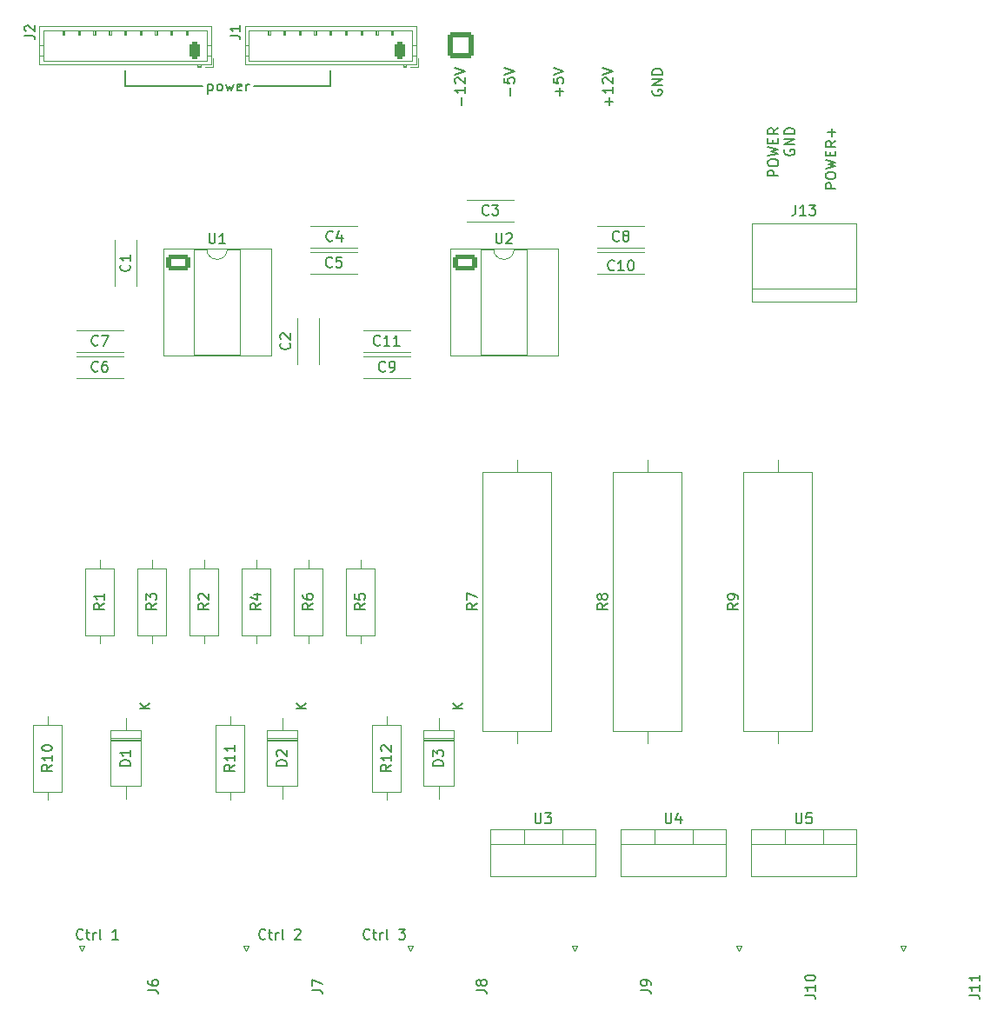
<source format=gto>
G04 #@! TF.GenerationSoftware,KiCad,Pcbnew,9.0.0*
G04 #@! TF.CreationDate,2025-06-03T11:33:59-07:00*
G04 #@! TF.ProjectId,bias_coil,62696173-5f63-46f6-996c-2e6b69636164,rev?*
G04 #@! TF.SameCoordinates,Original*
G04 #@! TF.FileFunction,Legend,Top*
G04 #@! TF.FilePolarity,Positive*
%FSLAX46Y46*%
G04 Gerber Fmt 4.6, Leading zero omitted, Abs format (unit mm)*
G04 Created by KiCad (PCBNEW 9.0.0) date 2025-06-03 11:33:59*
%MOMM*%
%LPD*%
G01*
G04 APERTURE LIST*
G04 Aperture macros list*
%AMRoundRect*
0 Rectangle with rounded corners*
0 $1 Rounding radius*
0 $2 $3 $4 $5 $6 $7 $8 $9 X,Y pos of 4 corners*
0 Add a 4 corners polygon primitive as box body*
4,1,4,$2,$3,$4,$5,$6,$7,$8,$9,$2,$3,0*
0 Add four circle primitives for the rounded corners*
1,1,$1+$1,$2,$3*
1,1,$1+$1,$4,$5*
1,1,$1+$1,$6,$7*
1,1,$1+$1,$8,$9*
0 Add four rect primitives between the rounded corners*
20,1,$1+$1,$2,$3,$4,$5,0*
20,1,$1+$1,$4,$5,$6,$7,0*
20,1,$1+$1,$6,$7,$8,$9,0*
20,1,$1+$1,$8,$9,$2,$3,0*%
G04 Aperture macros list end*
%ADD10C,0.150000*%
%ADD11C,0.120000*%
%ADD12C,1.600000*%
%ADD13O,1.600000X1.600000*%
%ADD14C,2.400000*%
%ADD15O,2.400000X2.400000*%
%ADD16R,1.905000X2.000000*%
%ADD17O,1.905000X2.000000*%
%ADD18R,1.800000X1.800000*%
%ADD19O,1.800000X1.800000*%
%ADD20R,2.290000X5.080000*%
%ADD21R,2.420000X5.080000*%
%ADD22RoundRect,0.249999X-1.025001X-1.025001X1.025001X-1.025001X1.025001X1.025001X-1.025001X1.025001X0*%
%ADD23C,2.550000*%
%ADD24RoundRect,0.250000X0.265000X0.615000X-0.265000X0.615000X-0.265000X-0.615000X0.265000X-0.615000X0*%
%ADD25O,1.030000X1.730000*%
%ADD26R,3.000000X3.000000*%
%ADD27C,3.000000*%
%ADD28RoundRect,0.250000X-0.950000X-0.550000X0.950000X-0.550000X0.950000X0.550000X-0.950000X0.550000X0*%
%ADD29O,2.400000X1.600000*%
%ADD30C,3.200000*%
G04 APERTURE END LIST*
D10*
X134250000Y-59000000D02*
X134250000Y-57500000D01*
X126750000Y-59000000D02*
X134250000Y-59000000D01*
X114250000Y-59000000D02*
X114250000Y-57500000D01*
X121750000Y-59000000D02*
X114250000Y-59000000D01*
X122321428Y-58788152D02*
X122321428Y-59788152D01*
X122321428Y-58835771D02*
X122416666Y-58788152D01*
X122416666Y-58788152D02*
X122607142Y-58788152D01*
X122607142Y-58788152D02*
X122702380Y-58835771D01*
X122702380Y-58835771D02*
X122749999Y-58883390D01*
X122749999Y-58883390D02*
X122797618Y-58978628D01*
X122797618Y-58978628D02*
X122797618Y-59264342D01*
X122797618Y-59264342D02*
X122749999Y-59359580D01*
X122749999Y-59359580D02*
X122702380Y-59407200D01*
X122702380Y-59407200D02*
X122607142Y-59454819D01*
X122607142Y-59454819D02*
X122416666Y-59454819D01*
X122416666Y-59454819D02*
X122321428Y-59407200D01*
X123369047Y-59454819D02*
X123273809Y-59407200D01*
X123273809Y-59407200D02*
X123226190Y-59359580D01*
X123226190Y-59359580D02*
X123178571Y-59264342D01*
X123178571Y-59264342D02*
X123178571Y-58978628D01*
X123178571Y-58978628D02*
X123226190Y-58883390D01*
X123226190Y-58883390D02*
X123273809Y-58835771D01*
X123273809Y-58835771D02*
X123369047Y-58788152D01*
X123369047Y-58788152D02*
X123511904Y-58788152D01*
X123511904Y-58788152D02*
X123607142Y-58835771D01*
X123607142Y-58835771D02*
X123654761Y-58883390D01*
X123654761Y-58883390D02*
X123702380Y-58978628D01*
X123702380Y-58978628D02*
X123702380Y-59264342D01*
X123702380Y-59264342D02*
X123654761Y-59359580D01*
X123654761Y-59359580D02*
X123607142Y-59407200D01*
X123607142Y-59407200D02*
X123511904Y-59454819D01*
X123511904Y-59454819D02*
X123369047Y-59454819D01*
X124035714Y-58788152D02*
X124226190Y-59454819D01*
X124226190Y-59454819D02*
X124416666Y-58978628D01*
X124416666Y-58978628D02*
X124607142Y-59454819D01*
X124607142Y-59454819D02*
X124797618Y-58788152D01*
X125559523Y-59407200D02*
X125464285Y-59454819D01*
X125464285Y-59454819D02*
X125273809Y-59454819D01*
X125273809Y-59454819D02*
X125178571Y-59407200D01*
X125178571Y-59407200D02*
X125130952Y-59311961D01*
X125130952Y-59311961D02*
X125130952Y-58931009D01*
X125130952Y-58931009D02*
X125178571Y-58835771D01*
X125178571Y-58835771D02*
X125273809Y-58788152D01*
X125273809Y-58788152D02*
X125464285Y-58788152D01*
X125464285Y-58788152D02*
X125559523Y-58835771D01*
X125559523Y-58835771D02*
X125607142Y-58931009D01*
X125607142Y-58931009D02*
X125607142Y-59026247D01*
X125607142Y-59026247D02*
X125130952Y-59121485D01*
X126035714Y-59454819D02*
X126035714Y-58788152D01*
X126035714Y-58978628D02*
X126083333Y-58883390D01*
X126083333Y-58883390D02*
X126130952Y-58835771D01*
X126130952Y-58835771D02*
X126226190Y-58788152D01*
X126226190Y-58788152D02*
X126321428Y-58788152D01*
X151773866Y-59908207D02*
X151773866Y-59146303D01*
X151154819Y-58193922D02*
X151154819Y-58670112D01*
X151154819Y-58670112D02*
X151631009Y-58717731D01*
X151631009Y-58717731D02*
X151583390Y-58670112D01*
X151583390Y-58670112D02*
X151535771Y-58574874D01*
X151535771Y-58574874D02*
X151535771Y-58336779D01*
X151535771Y-58336779D02*
X151583390Y-58241541D01*
X151583390Y-58241541D02*
X151631009Y-58193922D01*
X151631009Y-58193922D02*
X151726247Y-58146303D01*
X151726247Y-58146303D02*
X151964342Y-58146303D01*
X151964342Y-58146303D02*
X152059580Y-58193922D01*
X152059580Y-58193922D02*
X152107200Y-58241541D01*
X152107200Y-58241541D02*
X152154819Y-58336779D01*
X152154819Y-58336779D02*
X152154819Y-58574874D01*
X152154819Y-58574874D02*
X152107200Y-58670112D01*
X152107200Y-58670112D02*
X152059580Y-58717731D01*
X151154819Y-57860588D02*
X152154819Y-57527255D01*
X152154819Y-57527255D02*
X151154819Y-57193922D01*
X146973866Y-60860588D02*
X146973866Y-60098684D01*
X147354819Y-59098684D02*
X147354819Y-59670112D01*
X147354819Y-59384398D02*
X146354819Y-59384398D01*
X146354819Y-59384398D02*
X146497676Y-59479636D01*
X146497676Y-59479636D02*
X146592914Y-59574874D01*
X146592914Y-59574874D02*
X146640533Y-59670112D01*
X146450057Y-58717731D02*
X146402438Y-58670112D01*
X146402438Y-58670112D02*
X146354819Y-58574874D01*
X146354819Y-58574874D02*
X146354819Y-58336779D01*
X146354819Y-58336779D02*
X146402438Y-58241541D01*
X146402438Y-58241541D02*
X146450057Y-58193922D01*
X146450057Y-58193922D02*
X146545295Y-58146303D01*
X146545295Y-58146303D02*
X146640533Y-58146303D01*
X146640533Y-58146303D02*
X146783390Y-58193922D01*
X146783390Y-58193922D02*
X147354819Y-58765350D01*
X147354819Y-58765350D02*
X147354819Y-58146303D01*
X146354819Y-57860588D02*
X147354819Y-57527255D01*
X147354819Y-57527255D02*
X146354819Y-57193922D01*
X156573866Y-59908207D02*
X156573866Y-59146303D01*
X156954819Y-59527255D02*
X156192914Y-59527255D01*
X155954819Y-58193922D02*
X155954819Y-58670112D01*
X155954819Y-58670112D02*
X156431009Y-58717731D01*
X156431009Y-58717731D02*
X156383390Y-58670112D01*
X156383390Y-58670112D02*
X156335771Y-58574874D01*
X156335771Y-58574874D02*
X156335771Y-58336779D01*
X156335771Y-58336779D02*
X156383390Y-58241541D01*
X156383390Y-58241541D02*
X156431009Y-58193922D01*
X156431009Y-58193922D02*
X156526247Y-58146303D01*
X156526247Y-58146303D02*
X156764342Y-58146303D01*
X156764342Y-58146303D02*
X156859580Y-58193922D01*
X156859580Y-58193922D02*
X156907200Y-58241541D01*
X156907200Y-58241541D02*
X156954819Y-58336779D01*
X156954819Y-58336779D02*
X156954819Y-58574874D01*
X156954819Y-58574874D02*
X156907200Y-58670112D01*
X156907200Y-58670112D02*
X156859580Y-58717731D01*
X155954819Y-57860588D02*
X156954819Y-57527255D01*
X156954819Y-57527255D02*
X155954819Y-57193922D01*
X110128207Y-142014580D02*
X110080588Y-142062200D01*
X110080588Y-142062200D02*
X109937731Y-142109819D01*
X109937731Y-142109819D02*
X109842493Y-142109819D01*
X109842493Y-142109819D02*
X109699636Y-142062200D01*
X109699636Y-142062200D02*
X109604398Y-141966961D01*
X109604398Y-141966961D02*
X109556779Y-141871723D01*
X109556779Y-141871723D02*
X109509160Y-141681247D01*
X109509160Y-141681247D02*
X109509160Y-141538390D01*
X109509160Y-141538390D02*
X109556779Y-141347914D01*
X109556779Y-141347914D02*
X109604398Y-141252676D01*
X109604398Y-141252676D02*
X109699636Y-141157438D01*
X109699636Y-141157438D02*
X109842493Y-141109819D01*
X109842493Y-141109819D02*
X109937731Y-141109819D01*
X109937731Y-141109819D02*
X110080588Y-141157438D01*
X110080588Y-141157438D02*
X110128207Y-141205057D01*
X110413922Y-141443152D02*
X110794874Y-141443152D01*
X110556779Y-141109819D02*
X110556779Y-141966961D01*
X110556779Y-141966961D02*
X110604398Y-142062200D01*
X110604398Y-142062200D02*
X110699636Y-142109819D01*
X110699636Y-142109819D02*
X110794874Y-142109819D01*
X111128208Y-142109819D02*
X111128208Y-141443152D01*
X111128208Y-141633628D02*
X111175827Y-141538390D01*
X111175827Y-141538390D02*
X111223446Y-141490771D01*
X111223446Y-141490771D02*
X111318684Y-141443152D01*
X111318684Y-141443152D02*
X111413922Y-141443152D01*
X111890113Y-142109819D02*
X111794875Y-142062200D01*
X111794875Y-142062200D02*
X111747256Y-141966961D01*
X111747256Y-141966961D02*
X111747256Y-141109819D01*
X113556780Y-142109819D02*
X112985352Y-142109819D01*
X113271066Y-142109819D02*
X113271066Y-141109819D01*
X113271066Y-141109819D02*
X113175828Y-141252676D01*
X113175828Y-141252676D02*
X113080590Y-141347914D01*
X113080590Y-141347914D02*
X112985352Y-141395533D01*
X138068207Y-142014580D02*
X138020588Y-142062200D01*
X138020588Y-142062200D02*
X137877731Y-142109819D01*
X137877731Y-142109819D02*
X137782493Y-142109819D01*
X137782493Y-142109819D02*
X137639636Y-142062200D01*
X137639636Y-142062200D02*
X137544398Y-141966961D01*
X137544398Y-141966961D02*
X137496779Y-141871723D01*
X137496779Y-141871723D02*
X137449160Y-141681247D01*
X137449160Y-141681247D02*
X137449160Y-141538390D01*
X137449160Y-141538390D02*
X137496779Y-141347914D01*
X137496779Y-141347914D02*
X137544398Y-141252676D01*
X137544398Y-141252676D02*
X137639636Y-141157438D01*
X137639636Y-141157438D02*
X137782493Y-141109819D01*
X137782493Y-141109819D02*
X137877731Y-141109819D01*
X137877731Y-141109819D02*
X138020588Y-141157438D01*
X138020588Y-141157438D02*
X138068207Y-141205057D01*
X138353922Y-141443152D02*
X138734874Y-141443152D01*
X138496779Y-141109819D02*
X138496779Y-141966961D01*
X138496779Y-141966961D02*
X138544398Y-142062200D01*
X138544398Y-142062200D02*
X138639636Y-142109819D01*
X138639636Y-142109819D02*
X138734874Y-142109819D01*
X139068208Y-142109819D02*
X139068208Y-141443152D01*
X139068208Y-141633628D02*
X139115827Y-141538390D01*
X139115827Y-141538390D02*
X139163446Y-141490771D01*
X139163446Y-141490771D02*
X139258684Y-141443152D01*
X139258684Y-141443152D02*
X139353922Y-141443152D01*
X139830113Y-142109819D02*
X139734875Y-142062200D01*
X139734875Y-142062200D02*
X139687256Y-141966961D01*
X139687256Y-141966961D02*
X139687256Y-141109819D01*
X140877733Y-141109819D02*
X141496780Y-141109819D01*
X141496780Y-141109819D02*
X141163447Y-141490771D01*
X141163447Y-141490771D02*
X141306304Y-141490771D01*
X141306304Y-141490771D02*
X141401542Y-141538390D01*
X141401542Y-141538390D02*
X141449161Y-141586009D01*
X141449161Y-141586009D02*
X141496780Y-141681247D01*
X141496780Y-141681247D02*
X141496780Y-141919342D01*
X141496780Y-141919342D02*
X141449161Y-142014580D01*
X141449161Y-142014580D02*
X141401542Y-142062200D01*
X141401542Y-142062200D02*
X141306304Y-142109819D01*
X141306304Y-142109819D02*
X141020590Y-142109819D01*
X141020590Y-142109819D02*
X140925352Y-142062200D01*
X140925352Y-142062200D02*
X140877733Y-142014580D01*
X127908207Y-142014580D02*
X127860588Y-142062200D01*
X127860588Y-142062200D02*
X127717731Y-142109819D01*
X127717731Y-142109819D02*
X127622493Y-142109819D01*
X127622493Y-142109819D02*
X127479636Y-142062200D01*
X127479636Y-142062200D02*
X127384398Y-141966961D01*
X127384398Y-141966961D02*
X127336779Y-141871723D01*
X127336779Y-141871723D02*
X127289160Y-141681247D01*
X127289160Y-141681247D02*
X127289160Y-141538390D01*
X127289160Y-141538390D02*
X127336779Y-141347914D01*
X127336779Y-141347914D02*
X127384398Y-141252676D01*
X127384398Y-141252676D02*
X127479636Y-141157438D01*
X127479636Y-141157438D02*
X127622493Y-141109819D01*
X127622493Y-141109819D02*
X127717731Y-141109819D01*
X127717731Y-141109819D02*
X127860588Y-141157438D01*
X127860588Y-141157438D02*
X127908207Y-141205057D01*
X128193922Y-141443152D02*
X128574874Y-141443152D01*
X128336779Y-141109819D02*
X128336779Y-141966961D01*
X128336779Y-141966961D02*
X128384398Y-142062200D01*
X128384398Y-142062200D02*
X128479636Y-142109819D01*
X128479636Y-142109819D02*
X128574874Y-142109819D01*
X128908208Y-142109819D02*
X128908208Y-141443152D01*
X128908208Y-141633628D02*
X128955827Y-141538390D01*
X128955827Y-141538390D02*
X129003446Y-141490771D01*
X129003446Y-141490771D02*
X129098684Y-141443152D01*
X129098684Y-141443152D02*
X129193922Y-141443152D01*
X129670113Y-142109819D02*
X129574875Y-142062200D01*
X129574875Y-142062200D02*
X129527256Y-141966961D01*
X129527256Y-141966961D02*
X129527256Y-141109819D01*
X130765352Y-141205057D02*
X130812971Y-141157438D01*
X130812971Y-141157438D02*
X130908209Y-141109819D01*
X130908209Y-141109819D02*
X131146304Y-141109819D01*
X131146304Y-141109819D02*
X131241542Y-141157438D01*
X131241542Y-141157438D02*
X131289161Y-141205057D01*
X131289161Y-141205057D02*
X131336780Y-141300295D01*
X131336780Y-141300295D02*
X131336780Y-141395533D01*
X131336780Y-141395533D02*
X131289161Y-141538390D01*
X131289161Y-141538390D02*
X130717733Y-142109819D01*
X130717733Y-142109819D02*
X131336780Y-142109819D01*
X161373866Y-60860588D02*
X161373866Y-60098684D01*
X161754819Y-60479636D02*
X160992914Y-60479636D01*
X161754819Y-59098684D02*
X161754819Y-59670112D01*
X161754819Y-59384398D02*
X160754819Y-59384398D01*
X160754819Y-59384398D02*
X160897676Y-59479636D01*
X160897676Y-59479636D02*
X160992914Y-59574874D01*
X160992914Y-59574874D02*
X161040533Y-59670112D01*
X160850057Y-58717731D02*
X160802438Y-58670112D01*
X160802438Y-58670112D02*
X160754819Y-58574874D01*
X160754819Y-58574874D02*
X160754819Y-58336779D01*
X160754819Y-58336779D02*
X160802438Y-58241541D01*
X160802438Y-58241541D02*
X160850057Y-58193922D01*
X160850057Y-58193922D02*
X160945295Y-58146303D01*
X160945295Y-58146303D02*
X161040533Y-58146303D01*
X161040533Y-58146303D02*
X161183390Y-58193922D01*
X161183390Y-58193922D02*
X161754819Y-58765350D01*
X161754819Y-58765350D02*
X161754819Y-58146303D01*
X160754819Y-57860588D02*
X161754819Y-57527255D01*
X161754819Y-57527255D02*
X160754819Y-57193922D01*
X165602438Y-59384398D02*
X165554819Y-59479636D01*
X165554819Y-59479636D02*
X165554819Y-59622493D01*
X165554819Y-59622493D02*
X165602438Y-59765350D01*
X165602438Y-59765350D02*
X165697676Y-59860588D01*
X165697676Y-59860588D02*
X165792914Y-59908207D01*
X165792914Y-59908207D02*
X165983390Y-59955826D01*
X165983390Y-59955826D02*
X166126247Y-59955826D01*
X166126247Y-59955826D02*
X166316723Y-59908207D01*
X166316723Y-59908207D02*
X166411961Y-59860588D01*
X166411961Y-59860588D02*
X166507200Y-59765350D01*
X166507200Y-59765350D02*
X166554819Y-59622493D01*
X166554819Y-59622493D02*
X166554819Y-59527255D01*
X166554819Y-59527255D02*
X166507200Y-59384398D01*
X166507200Y-59384398D02*
X166459580Y-59336779D01*
X166459580Y-59336779D02*
X166126247Y-59336779D01*
X166126247Y-59336779D02*
X166126247Y-59527255D01*
X166554819Y-58908207D02*
X165554819Y-58908207D01*
X165554819Y-58908207D02*
X166554819Y-58336779D01*
X166554819Y-58336779D02*
X165554819Y-58336779D01*
X166554819Y-57860588D02*
X165554819Y-57860588D01*
X165554819Y-57860588D02*
X165554819Y-57622493D01*
X165554819Y-57622493D02*
X165602438Y-57479636D01*
X165602438Y-57479636D02*
X165697676Y-57384398D01*
X165697676Y-57384398D02*
X165792914Y-57336779D01*
X165792914Y-57336779D02*
X165983390Y-57289160D01*
X165983390Y-57289160D02*
X166126247Y-57289160D01*
X166126247Y-57289160D02*
X166316723Y-57336779D01*
X166316723Y-57336779D02*
X166411961Y-57384398D01*
X166411961Y-57384398D02*
X166507200Y-57479636D01*
X166507200Y-57479636D02*
X166554819Y-57622493D01*
X166554819Y-57622493D02*
X166554819Y-57860588D01*
X177849847Y-67755826D02*
X176849847Y-67755826D01*
X176849847Y-67755826D02*
X176849847Y-67374874D01*
X176849847Y-67374874D02*
X176897466Y-67279636D01*
X176897466Y-67279636D02*
X176945085Y-67232017D01*
X176945085Y-67232017D02*
X177040323Y-67184398D01*
X177040323Y-67184398D02*
X177183180Y-67184398D01*
X177183180Y-67184398D02*
X177278418Y-67232017D01*
X177278418Y-67232017D02*
X177326037Y-67279636D01*
X177326037Y-67279636D02*
X177373656Y-67374874D01*
X177373656Y-67374874D02*
X177373656Y-67755826D01*
X176849847Y-66565350D02*
X176849847Y-66374874D01*
X176849847Y-66374874D02*
X176897466Y-66279636D01*
X176897466Y-66279636D02*
X176992704Y-66184398D01*
X176992704Y-66184398D02*
X177183180Y-66136779D01*
X177183180Y-66136779D02*
X177516513Y-66136779D01*
X177516513Y-66136779D02*
X177706989Y-66184398D01*
X177706989Y-66184398D02*
X177802228Y-66279636D01*
X177802228Y-66279636D02*
X177849847Y-66374874D01*
X177849847Y-66374874D02*
X177849847Y-66565350D01*
X177849847Y-66565350D02*
X177802228Y-66660588D01*
X177802228Y-66660588D02*
X177706989Y-66755826D01*
X177706989Y-66755826D02*
X177516513Y-66803445D01*
X177516513Y-66803445D02*
X177183180Y-66803445D01*
X177183180Y-66803445D02*
X176992704Y-66755826D01*
X176992704Y-66755826D02*
X176897466Y-66660588D01*
X176897466Y-66660588D02*
X176849847Y-66565350D01*
X176849847Y-65803445D02*
X177849847Y-65565350D01*
X177849847Y-65565350D02*
X177135561Y-65374874D01*
X177135561Y-65374874D02*
X177849847Y-65184398D01*
X177849847Y-65184398D02*
X176849847Y-64946303D01*
X177326037Y-64565350D02*
X177326037Y-64232017D01*
X177849847Y-64089160D02*
X177849847Y-64565350D01*
X177849847Y-64565350D02*
X176849847Y-64565350D01*
X176849847Y-64565350D02*
X176849847Y-64089160D01*
X177849847Y-63089160D02*
X177373656Y-63422493D01*
X177849847Y-63660588D02*
X176849847Y-63660588D01*
X176849847Y-63660588D02*
X176849847Y-63279636D01*
X176849847Y-63279636D02*
X176897466Y-63184398D01*
X176897466Y-63184398D02*
X176945085Y-63136779D01*
X176945085Y-63136779D02*
X177040323Y-63089160D01*
X177040323Y-63089160D02*
X177183180Y-63089160D01*
X177183180Y-63089160D02*
X177278418Y-63136779D01*
X177278418Y-63136779D02*
X177326037Y-63184398D01*
X177326037Y-63184398D02*
X177373656Y-63279636D01*
X177373656Y-63279636D02*
X177373656Y-63660588D01*
X178507410Y-65184398D02*
X178459791Y-65279636D01*
X178459791Y-65279636D02*
X178459791Y-65422493D01*
X178459791Y-65422493D02*
X178507410Y-65565350D01*
X178507410Y-65565350D02*
X178602648Y-65660588D01*
X178602648Y-65660588D02*
X178697886Y-65708207D01*
X178697886Y-65708207D02*
X178888362Y-65755826D01*
X178888362Y-65755826D02*
X179031219Y-65755826D01*
X179031219Y-65755826D02*
X179221695Y-65708207D01*
X179221695Y-65708207D02*
X179316933Y-65660588D01*
X179316933Y-65660588D02*
X179412172Y-65565350D01*
X179412172Y-65565350D02*
X179459791Y-65422493D01*
X179459791Y-65422493D02*
X179459791Y-65327255D01*
X179459791Y-65327255D02*
X179412172Y-65184398D01*
X179412172Y-65184398D02*
X179364552Y-65136779D01*
X179364552Y-65136779D02*
X179031219Y-65136779D01*
X179031219Y-65136779D02*
X179031219Y-65327255D01*
X179459791Y-64708207D02*
X178459791Y-64708207D01*
X178459791Y-64708207D02*
X179459791Y-64136779D01*
X179459791Y-64136779D02*
X178459791Y-64136779D01*
X179459791Y-63660588D02*
X178459791Y-63660588D01*
X178459791Y-63660588D02*
X178459791Y-63422493D01*
X178459791Y-63422493D02*
X178507410Y-63279636D01*
X178507410Y-63279636D02*
X178602648Y-63184398D01*
X178602648Y-63184398D02*
X178697886Y-63136779D01*
X178697886Y-63136779D02*
X178888362Y-63089160D01*
X178888362Y-63089160D02*
X179031219Y-63089160D01*
X179031219Y-63089160D02*
X179221695Y-63136779D01*
X179221695Y-63136779D02*
X179316933Y-63184398D01*
X179316933Y-63184398D02*
X179412172Y-63279636D01*
X179412172Y-63279636D02*
X179459791Y-63422493D01*
X179459791Y-63422493D02*
X179459791Y-63660588D01*
X183454819Y-68993921D02*
X182454819Y-68993921D01*
X182454819Y-68993921D02*
X182454819Y-68612969D01*
X182454819Y-68612969D02*
X182502438Y-68517731D01*
X182502438Y-68517731D02*
X182550057Y-68470112D01*
X182550057Y-68470112D02*
X182645295Y-68422493D01*
X182645295Y-68422493D02*
X182788152Y-68422493D01*
X182788152Y-68422493D02*
X182883390Y-68470112D01*
X182883390Y-68470112D02*
X182931009Y-68517731D01*
X182931009Y-68517731D02*
X182978628Y-68612969D01*
X182978628Y-68612969D02*
X182978628Y-68993921D01*
X182454819Y-67803445D02*
X182454819Y-67612969D01*
X182454819Y-67612969D02*
X182502438Y-67517731D01*
X182502438Y-67517731D02*
X182597676Y-67422493D01*
X182597676Y-67422493D02*
X182788152Y-67374874D01*
X182788152Y-67374874D02*
X183121485Y-67374874D01*
X183121485Y-67374874D02*
X183311961Y-67422493D01*
X183311961Y-67422493D02*
X183407200Y-67517731D01*
X183407200Y-67517731D02*
X183454819Y-67612969D01*
X183454819Y-67612969D02*
X183454819Y-67803445D01*
X183454819Y-67803445D02*
X183407200Y-67898683D01*
X183407200Y-67898683D02*
X183311961Y-67993921D01*
X183311961Y-67993921D02*
X183121485Y-68041540D01*
X183121485Y-68041540D02*
X182788152Y-68041540D01*
X182788152Y-68041540D02*
X182597676Y-67993921D01*
X182597676Y-67993921D02*
X182502438Y-67898683D01*
X182502438Y-67898683D02*
X182454819Y-67803445D01*
X182454819Y-67041540D02*
X183454819Y-66803445D01*
X183454819Y-66803445D02*
X182740533Y-66612969D01*
X182740533Y-66612969D02*
X183454819Y-66422493D01*
X183454819Y-66422493D02*
X182454819Y-66184398D01*
X182931009Y-65803445D02*
X182931009Y-65470112D01*
X183454819Y-65327255D02*
X183454819Y-65803445D01*
X183454819Y-65803445D02*
X182454819Y-65803445D01*
X182454819Y-65803445D02*
X182454819Y-65327255D01*
X183454819Y-64327255D02*
X182978628Y-64660588D01*
X183454819Y-64898683D02*
X182454819Y-64898683D01*
X182454819Y-64898683D02*
X182454819Y-64517731D01*
X182454819Y-64517731D02*
X182502438Y-64422493D01*
X182502438Y-64422493D02*
X182550057Y-64374874D01*
X182550057Y-64374874D02*
X182645295Y-64327255D01*
X182645295Y-64327255D02*
X182788152Y-64327255D01*
X182788152Y-64327255D02*
X182883390Y-64374874D01*
X182883390Y-64374874D02*
X182931009Y-64422493D01*
X182931009Y-64422493D02*
X182978628Y-64517731D01*
X182978628Y-64517731D02*
X182978628Y-64898683D01*
X183073866Y-63898683D02*
X183073866Y-63136779D01*
X183454819Y-63517731D02*
X182692914Y-63517731D01*
X132534819Y-109386666D02*
X132058628Y-109719999D01*
X132534819Y-109958094D02*
X131534819Y-109958094D01*
X131534819Y-109958094D02*
X131534819Y-109577142D01*
X131534819Y-109577142D02*
X131582438Y-109481904D01*
X131582438Y-109481904D02*
X131630057Y-109434285D01*
X131630057Y-109434285D02*
X131725295Y-109386666D01*
X131725295Y-109386666D02*
X131868152Y-109386666D01*
X131868152Y-109386666D02*
X131963390Y-109434285D01*
X131963390Y-109434285D02*
X132011009Y-109481904D01*
X132011009Y-109481904D02*
X132058628Y-109577142D01*
X132058628Y-109577142D02*
X132058628Y-109958094D01*
X131534819Y-108529523D02*
X131534819Y-108719999D01*
X131534819Y-108719999D02*
X131582438Y-108815237D01*
X131582438Y-108815237D02*
X131630057Y-108862856D01*
X131630057Y-108862856D02*
X131772914Y-108958094D01*
X131772914Y-108958094D02*
X131963390Y-109005713D01*
X131963390Y-109005713D02*
X132344342Y-109005713D01*
X132344342Y-109005713D02*
X132439580Y-108958094D01*
X132439580Y-108958094D02*
X132487200Y-108910475D01*
X132487200Y-108910475D02*
X132534819Y-108815237D01*
X132534819Y-108815237D02*
X132534819Y-108624761D01*
X132534819Y-108624761D02*
X132487200Y-108529523D01*
X132487200Y-108529523D02*
X132439580Y-108481904D01*
X132439580Y-108481904D02*
X132344342Y-108434285D01*
X132344342Y-108434285D02*
X132106247Y-108434285D01*
X132106247Y-108434285D02*
X132011009Y-108481904D01*
X132011009Y-108481904D02*
X131963390Y-108529523D01*
X131963390Y-108529523D02*
X131915771Y-108624761D01*
X131915771Y-108624761D02*
X131915771Y-108815237D01*
X131915771Y-108815237D02*
X131963390Y-108910475D01*
X131963390Y-108910475D02*
X132011009Y-108958094D01*
X132011009Y-108958094D02*
X132106247Y-109005713D01*
X173934819Y-109391666D02*
X173458628Y-109724999D01*
X173934819Y-109963094D02*
X172934819Y-109963094D01*
X172934819Y-109963094D02*
X172934819Y-109582142D01*
X172934819Y-109582142D02*
X172982438Y-109486904D01*
X172982438Y-109486904D02*
X173030057Y-109439285D01*
X173030057Y-109439285D02*
X173125295Y-109391666D01*
X173125295Y-109391666D02*
X173268152Y-109391666D01*
X173268152Y-109391666D02*
X173363390Y-109439285D01*
X173363390Y-109439285D02*
X173411009Y-109486904D01*
X173411009Y-109486904D02*
X173458628Y-109582142D01*
X173458628Y-109582142D02*
X173458628Y-109963094D01*
X173934819Y-108915475D02*
X173934819Y-108724999D01*
X173934819Y-108724999D02*
X173887200Y-108629761D01*
X173887200Y-108629761D02*
X173839580Y-108582142D01*
X173839580Y-108582142D02*
X173696723Y-108486904D01*
X173696723Y-108486904D02*
X173506247Y-108439285D01*
X173506247Y-108439285D02*
X173125295Y-108439285D01*
X173125295Y-108439285D02*
X173030057Y-108486904D01*
X173030057Y-108486904D02*
X172982438Y-108534523D01*
X172982438Y-108534523D02*
X172934819Y-108629761D01*
X172934819Y-108629761D02*
X172934819Y-108820237D01*
X172934819Y-108820237D02*
X172982438Y-108915475D01*
X172982438Y-108915475D02*
X173030057Y-108963094D01*
X173030057Y-108963094D02*
X173125295Y-109010713D01*
X173125295Y-109010713D02*
X173363390Y-109010713D01*
X173363390Y-109010713D02*
X173458628Y-108963094D01*
X173458628Y-108963094D02*
X173506247Y-108915475D01*
X173506247Y-108915475D02*
X173553866Y-108820237D01*
X173553866Y-108820237D02*
X173553866Y-108629761D01*
X173553866Y-108629761D02*
X173506247Y-108534523D01*
X173506247Y-108534523D02*
X173458628Y-108486904D01*
X173458628Y-108486904D02*
X173363390Y-108439285D01*
X154178095Y-129804819D02*
X154178095Y-130614342D01*
X154178095Y-130614342D02*
X154225714Y-130709580D01*
X154225714Y-130709580D02*
X154273333Y-130757200D01*
X154273333Y-130757200D02*
X154368571Y-130804819D01*
X154368571Y-130804819D02*
X154559047Y-130804819D01*
X154559047Y-130804819D02*
X154654285Y-130757200D01*
X154654285Y-130757200D02*
X154701904Y-130709580D01*
X154701904Y-130709580D02*
X154749523Y-130614342D01*
X154749523Y-130614342D02*
X154749523Y-129804819D01*
X155130476Y-129804819D02*
X155749523Y-129804819D01*
X155749523Y-129804819D02*
X155416190Y-130185771D01*
X155416190Y-130185771D02*
X155559047Y-130185771D01*
X155559047Y-130185771D02*
X155654285Y-130233390D01*
X155654285Y-130233390D02*
X155701904Y-130281009D01*
X155701904Y-130281009D02*
X155749523Y-130376247D01*
X155749523Y-130376247D02*
X155749523Y-130614342D01*
X155749523Y-130614342D02*
X155701904Y-130709580D01*
X155701904Y-130709580D02*
X155654285Y-130757200D01*
X155654285Y-130757200D02*
X155559047Y-130804819D01*
X155559047Y-130804819D02*
X155273333Y-130804819D01*
X155273333Y-130804819D02*
X155178095Y-130757200D01*
X155178095Y-130757200D02*
X155130476Y-130709580D01*
X124914819Y-125102857D02*
X124438628Y-125436190D01*
X124914819Y-125674285D02*
X123914819Y-125674285D01*
X123914819Y-125674285D02*
X123914819Y-125293333D01*
X123914819Y-125293333D02*
X123962438Y-125198095D01*
X123962438Y-125198095D02*
X124010057Y-125150476D01*
X124010057Y-125150476D02*
X124105295Y-125102857D01*
X124105295Y-125102857D02*
X124248152Y-125102857D01*
X124248152Y-125102857D02*
X124343390Y-125150476D01*
X124343390Y-125150476D02*
X124391009Y-125198095D01*
X124391009Y-125198095D02*
X124438628Y-125293333D01*
X124438628Y-125293333D02*
X124438628Y-125674285D01*
X124914819Y-124150476D02*
X124914819Y-124721904D01*
X124914819Y-124436190D02*
X123914819Y-124436190D01*
X123914819Y-124436190D02*
X124057676Y-124531428D01*
X124057676Y-124531428D02*
X124152914Y-124626666D01*
X124152914Y-124626666D02*
X124200533Y-124721904D01*
X124914819Y-123198095D02*
X124914819Y-123769523D01*
X124914819Y-123483809D02*
X123914819Y-123483809D01*
X123914819Y-123483809D02*
X124057676Y-123579047D01*
X124057676Y-123579047D02*
X124152914Y-123674285D01*
X124152914Y-123674285D02*
X124200533Y-123769523D01*
X145234819Y-125198094D02*
X144234819Y-125198094D01*
X144234819Y-125198094D02*
X144234819Y-124959999D01*
X144234819Y-124959999D02*
X144282438Y-124817142D01*
X144282438Y-124817142D02*
X144377676Y-124721904D01*
X144377676Y-124721904D02*
X144472914Y-124674285D01*
X144472914Y-124674285D02*
X144663390Y-124626666D01*
X144663390Y-124626666D02*
X144806247Y-124626666D01*
X144806247Y-124626666D02*
X144996723Y-124674285D01*
X144996723Y-124674285D02*
X145091961Y-124721904D01*
X145091961Y-124721904D02*
X145187200Y-124817142D01*
X145187200Y-124817142D02*
X145234819Y-124959999D01*
X145234819Y-124959999D02*
X145234819Y-125198094D01*
X144234819Y-124293332D02*
X144234819Y-123674285D01*
X144234819Y-123674285D02*
X144615771Y-124007618D01*
X144615771Y-124007618D02*
X144615771Y-123864761D01*
X144615771Y-123864761D02*
X144663390Y-123769523D01*
X144663390Y-123769523D02*
X144711009Y-123721904D01*
X144711009Y-123721904D02*
X144806247Y-123674285D01*
X144806247Y-123674285D02*
X145044342Y-123674285D01*
X145044342Y-123674285D02*
X145139580Y-123721904D01*
X145139580Y-123721904D02*
X145187200Y-123769523D01*
X145187200Y-123769523D02*
X145234819Y-123864761D01*
X145234819Y-123864761D02*
X145234819Y-124150475D01*
X145234819Y-124150475D02*
X145187200Y-124245713D01*
X145187200Y-124245713D02*
X145139580Y-124293332D01*
X147134819Y-119641904D02*
X146134819Y-119641904D01*
X147134819Y-119070476D02*
X146563390Y-119499047D01*
X146134819Y-119070476D02*
X146706247Y-119641904D01*
X196454819Y-147519523D02*
X197169104Y-147519523D01*
X197169104Y-147519523D02*
X197311961Y-147567142D01*
X197311961Y-147567142D02*
X197407200Y-147662380D01*
X197407200Y-147662380D02*
X197454819Y-147805237D01*
X197454819Y-147805237D02*
X197454819Y-147900475D01*
X197454819Y-146519523D02*
X197454819Y-147090951D01*
X197454819Y-146805237D02*
X196454819Y-146805237D01*
X196454819Y-146805237D02*
X196597676Y-146900475D01*
X196597676Y-146900475D02*
X196692914Y-146995713D01*
X196692914Y-146995713D02*
X196740533Y-147090951D01*
X197454819Y-145567142D02*
X197454819Y-146138570D01*
X197454819Y-145852856D02*
X196454819Y-145852856D01*
X196454819Y-145852856D02*
X196597676Y-145948094D01*
X196597676Y-145948094D02*
X196692914Y-146043332D01*
X196692914Y-146043332D02*
X196740533Y-146138570D01*
X114754819Y-125198094D02*
X113754819Y-125198094D01*
X113754819Y-125198094D02*
X113754819Y-124959999D01*
X113754819Y-124959999D02*
X113802438Y-124817142D01*
X113802438Y-124817142D02*
X113897676Y-124721904D01*
X113897676Y-124721904D02*
X113992914Y-124674285D01*
X113992914Y-124674285D02*
X114183390Y-124626666D01*
X114183390Y-124626666D02*
X114326247Y-124626666D01*
X114326247Y-124626666D02*
X114516723Y-124674285D01*
X114516723Y-124674285D02*
X114611961Y-124721904D01*
X114611961Y-124721904D02*
X114707200Y-124817142D01*
X114707200Y-124817142D02*
X114754819Y-124959999D01*
X114754819Y-124959999D02*
X114754819Y-125198094D01*
X114754819Y-123674285D02*
X114754819Y-124245713D01*
X114754819Y-123959999D02*
X113754819Y-123959999D01*
X113754819Y-123959999D02*
X113897676Y-124055237D01*
X113897676Y-124055237D02*
X113992914Y-124150475D01*
X113992914Y-124150475D02*
X114040533Y-124245713D01*
X116654819Y-119641904D02*
X115654819Y-119641904D01*
X116654819Y-119070476D02*
X116083390Y-119499047D01*
X115654819Y-119070476D02*
X116226247Y-119641904D01*
X130239580Y-84026666D02*
X130287200Y-84074285D01*
X130287200Y-84074285D02*
X130334819Y-84217142D01*
X130334819Y-84217142D02*
X130334819Y-84312380D01*
X130334819Y-84312380D02*
X130287200Y-84455237D01*
X130287200Y-84455237D02*
X130191961Y-84550475D01*
X130191961Y-84550475D02*
X130096723Y-84598094D01*
X130096723Y-84598094D02*
X129906247Y-84645713D01*
X129906247Y-84645713D02*
X129763390Y-84645713D01*
X129763390Y-84645713D02*
X129572914Y-84598094D01*
X129572914Y-84598094D02*
X129477676Y-84550475D01*
X129477676Y-84550475D02*
X129382438Y-84455237D01*
X129382438Y-84455237D02*
X129334819Y-84312380D01*
X129334819Y-84312380D02*
X129334819Y-84217142D01*
X129334819Y-84217142D02*
X129382438Y-84074285D01*
X129382438Y-84074285D02*
X129430057Y-84026666D01*
X129430057Y-83645713D02*
X129382438Y-83598094D01*
X129382438Y-83598094D02*
X129334819Y-83502856D01*
X129334819Y-83502856D02*
X129334819Y-83264761D01*
X129334819Y-83264761D02*
X129382438Y-83169523D01*
X129382438Y-83169523D02*
X129430057Y-83121904D01*
X129430057Y-83121904D02*
X129525295Y-83074285D01*
X129525295Y-83074285D02*
X129620533Y-83074285D01*
X129620533Y-83074285D02*
X129763390Y-83121904D01*
X129763390Y-83121904D02*
X130334819Y-83693332D01*
X130334819Y-83693332D02*
X130334819Y-83074285D01*
X134453333Y-74019580D02*
X134405714Y-74067200D01*
X134405714Y-74067200D02*
X134262857Y-74114819D01*
X134262857Y-74114819D02*
X134167619Y-74114819D01*
X134167619Y-74114819D02*
X134024762Y-74067200D01*
X134024762Y-74067200D02*
X133929524Y-73971961D01*
X133929524Y-73971961D02*
X133881905Y-73876723D01*
X133881905Y-73876723D02*
X133834286Y-73686247D01*
X133834286Y-73686247D02*
X133834286Y-73543390D01*
X133834286Y-73543390D02*
X133881905Y-73352914D01*
X133881905Y-73352914D02*
X133929524Y-73257676D01*
X133929524Y-73257676D02*
X134024762Y-73162438D01*
X134024762Y-73162438D02*
X134167619Y-73114819D01*
X134167619Y-73114819D02*
X134262857Y-73114819D01*
X134262857Y-73114819D02*
X134405714Y-73162438D01*
X134405714Y-73162438D02*
X134453333Y-73210057D01*
X135310476Y-73448152D02*
X135310476Y-74114819D01*
X135072381Y-73067200D02*
X134834286Y-73781485D01*
X134834286Y-73781485D02*
X135453333Y-73781485D01*
X124454819Y-54083333D02*
X125169104Y-54083333D01*
X125169104Y-54083333D02*
X125311961Y-54130952D01*
X125311961Y-54130952D02*
X125407200Y-54226190D01*
X125407200Y-54226190D02*
X125454819Y-54369047D01*
X125454819Y-54369047D02*
X125454819Y-54464285D01*
X125454819Y-53083333D02*
X125454819Y-53654761D01*
X125454819Y-53369047D02*
X124454819Y-53369047D01*
X124454819Y-53369047D02*
X124597676Y-53464285D01*
X124597676Y-53464285D02*
X124692914Y-53559523D01*
X124692914Y-53559523D02*
X124740533Y-53654761D01*
X179530476Y-70574819D02*
X179530476Y-71289104D01*
X179530476Y-71289104D02*
X179482857Y-71431961D01*
X179482857Y-71431961D02*
X179387619Y-71527200D01*
X179387619Y-71527200D02*
X179244762Y-71574819D01*
X179244762Y-71574819D02*
X179149524Y-71574819D01*
X180530476Y-71574819D02*
X179959048Y-71574819D01*
X180244762Y-71574819D02*
X180244762Y-70574819D01*
X180244762Y-70574819D02*
X180149524Y-70717676D01*
X180149524Y-70717676D02*
X180054286Y-70812914D01*
X180054286Y-70812914D02*
X179959048Y-70860533D01*
X180863810Y-70574819D02*
X181482857Y-70574819D01*
X181482857Y-70574819D02*
X181149524Y-70955771D01*
X181149524Y-70955771D02*
X181292381Y-70955771D01*
X181292381Y-70955771D02*
X181387619Y-71003390D01*
X181387619Y-71003390D02*
X181435238Y-71051009D01*
X181435238Y-71051009D02*
X181482857Y-71146247D01*
X181482857Y-71146247D02*
X181482857Y-71384342D01*
X181482857Y-71384342D02*
X181435238Y-71479580D01*
X181435238Y-71479580D02*
X181387619Y-71527200D01*
X181387619Y-71527200D02*
X181292381Y-71574819D01*
X181292381Y-71574819D02*
X181006667Y-71574819D01*
X181006667Y-71574819D02*
X180911429Y-71527200D01*
X180911429Y-71527200D02*
X180863810Y-71479580D01*
X139057142Y-84179580D02*
X139009523Y-84227200D01*
X139009523Y-84227200D02*
X138866666Y-84274819D01*
X138866666Y-84274819D02*
X138771428Y-84274819D01*
X138771428Y-84274819D02*
X138628571Y-84227200D01*
X138628571Y-84227200D02*
X138533333Y-84131961D01*
X138533333Y-84131961D02*
X138485714Y-84036723D01*
X138485714Y-84036723D02*
X138438095Y-83846247D01*
X138438095Y-83846247D02*
X138438095Y-83703390D01*
X138438095Y-83703390D02*
X138485714Y-83512914D01*
X138485714Y-83512914D02*
X138533333Y-83417676D01*
X138533333Y-83417676D02*
X138628571Y-83322438D01*
X138628571Y-83322438D02*
X138771428Y-83274819D01*
X138771428Y-83274819D02*
X138866666Y-83274819D01*
X138866666Y-83274819D02*
X139009523Y-83322438D01*
X139009523Y-83322438D02*
X139057142Y-83370057D01*
X140009523Y-84274819D02*
X139438095Y-84274819D01*
X139723809Y-84274819D02*
X139723809Y-83274819D01*
X139723809Y-83274819D02*
X139628571Y-83417676D01*
X139628571Y-83417676D02*
X139533333Y-83512914D01*
X139533333Y-83512914D02*
X139438095Y-83560533D01*
X140961904Y-84274819D02*
X140390476Y-84274819D01*
X140676190Y-84274819D02*
X140676190Y-83274819D01*
X140676190Y-83274819D02*
X140580952Y-83417676D01*
X140580952Y-83417676D02*
X140485714Y-83512914D01*
X140485714Y-83512914D02*
X140390476Y-83560533D01*
X150368095Y-73324819D02*
X150368095Y-74134342D01*
X150368095Y-74134342D02*
X150415714Y-74229580D01*
X150415714Y-74229580D02*
X150463333Y-74277200D01*
X150463333Y-74277200D02*
X150558571Y-74324819D01*
X150558571Y-74324819D02*
X150749047Y-74324819D01*
X150749047Y-74324819D02*
X150844285Y-74277200D01*
X150844285Y-74277200D02*
X150891904Y-74229580D01*
X150891904Y-74229580D02*
X150939523Y-74134342D01*
X150939523Y-74134342D02*
X150939523Y-73324819D01*
X151368095Y-73420057D02*
X151415714Y-73372438D01*
X151415714Y-73372438D02*
X151510952Y-73324819D01*
X151510952Y-73324819D02*
X151749047Y-73324819D01*
X151749047Y-73324819D02*
X151844285Y-73372438D01*
X151844285Y-73372438D02*
X151891904Y-73420057D01*
X151891904Y-73420057D02*
X151939523Y-73515295D01*
X151939523Y-73515295D02*
X151939523Y-73610533D01*
X151939523Y-73610533D02*
X151891904Y-73753390D01*
X151891904Y-73753390D02*
X151320476Y-74324819D01*
X151320476Y-74324819D02*
X151939523Y-74324819D01*
X148454819Y-147043333D02*
X149169104Y-147043333D01*
X149169104Y-147043333D02*
X149311961Y-147090952D01*
X149311961Y-147090952D02*
X149407200Y-147186190D01*
X149407200Y-147186190D02*
X149454819Y-147329047D01*
X149454819Y-147329047D02*
X149454819Y-147424285D01*
X148883390Y-146424285D02*
X148835771Y-146519523D01*
X148835771Y-146519523D02*
X148788152Y-146567142D01*
X148788152Y-146567142D02*
X148692914Y-146614761D01*
X148692914Y-146614761D02*
X148645295Y-146614761D01*
X148645295Y-146614761D02*
X148550057Y-146567142D01*
X148550057Y-146567142D02*
X148502438Y-146519523D01*
X148502438Y-146519523D02*
X148454819Y-146424285D01*
X148454819Y-146424285D02*
X148454819Y-146233809D01*
X148454819Y-146233809D02*
X148502438Y-146138571D01*
X148502438Y-146138571D02*
X148550057Y-146090952D01*
X148550057Y-146090952D02*
X148645295Y-146043333D01*
X148645295Y-146043333D02*
X148692914Y-146043333D01*
X148692914Y-146043333D02*
X148788152Y-146090952D01*
X148788152Y-146090952D02*
X148835771Y-146138571D01*
X148835771Y-146138571D02*
X148883390Y-146233809D01*
X148883390Y-146233809D02*
X148883390Y-146424285D01*
X148883390Y-146424285D02*
X148931009Y-146519523D01*
X148931009Y-146519523D02*
X148978628Y-146567142D01*
X148978628Y-146567142D02*
X149073866Y-146614761D01*
X149073866Y-146614761D02*
X149264342Y-146614761D01*
X149264342Y-146614761D02*
X149359580Y-146567142D01*
X149359580Y-146567142D02*
X149407200Y-146519523D01*
X149407200Y-146519523D02*
X149454819Y-146424285D01*
X149454819Y-146424285D02*
X149454819Y-146233809D01*
X149454819Y-146233809D02*
X149407200Y-146138571D01*
X149407200Y-146138571D02*
X149359580Y-146090952D01*
X149359580Y-146090952D02*
X149264342Y-146043333D01*
X149264342Y-146043333D02*
X149073866Y-146043333D01*
X149073866Y-146043333D02*
X148978628Y-146090952D01*
X148978628Y-146090952D02*
X148931009Y-146138571D01*
X148931009Y-146138571D02*
X148883390Y-146233809D01*
X161234819Y-109391666D02*
X160758628Y-109724999D01*
X161234819Y-109963094D02*
X160234819Y-109963094D01*
X160234819Y-109963094D02*
X160234819Y-109582142D01*
X160234819Y-109582142D02*
X160282438Y-109486904D01*
X160282438Y-109486904D02*
X160330057Y-109439285D01*
X160330057Y-109439285D02*
X160425295Y-109391666D01*
X160425295Y-109391666D02*
X160568152Y-109391666D01*
X160568152Y-109391666D02*
X160663390Y-109439285D01*
X160663390Y-109439285D02*
X160711009Y-109486904D01*
X160711009Y-109486904D02*
X160758628Y-109582142D01*
X160758628Y-109582142D02*
X160758628Y-109963094D01*
X160663390Y-108820237D02*
X160615771Y-108915475D01*
X160615771Y-108915475D02*
X160568152Y-108963094D01*
X160568152Y-108963094D02*
X160472914Y-109010713D01*
X160472914Y-109010713D02*
X160425295Y-109010713D01*
X160425295Y-109010713D02*
X160330057Y-108963094D01*
X160330057Y-108963094D02*
X160282438Y-108915475D01*
X160282438Y-108915475D02*
X160234819Y-108820237D01*
X160234819Y-108820237D02*
X160234819Y-108629761D01*
X160234819Y-108629761D02*
X160282438Y-108534523D01*
X160282438Y-108534523D02*
X160330057Y-108486904D01*
X160330057Y-108486904D02*
X160425295Y-108439285D01*
X160425295Y-108439285D02*
X160472914Y-108439285D01*
X160472914Y-108439285D02*
X160568152Y-108486904D01*
X160568152Y-108486904D02*
X160615771Y-108534523D01*
X160615771Y-108534523D02*
X160663390Y-108629761D01*
X160663390Y-108629761D02*
X160663390Y-108820237D01*
X160663390Y-108820237D02*
X160711009Y-108915475D01*
X160711009Y-108915475D02*
X160758628Y-108963094D01*
X160758628Y-108963094D02*
X160853866Y-109010713D01*
X160853866Y-109010713D02*
X161044342Y-109010713D01*
X161044342Y-109010713D02*
X161139580Y-108963094D01*
X161139580Y-108963094D02*
X161187200Y-108915475D01*
X161187200Y-108915475D02*
X161234819Y-108820237D01*
X161234819Y-108820237D02*
X161234819Y-108629761D01*
X161234819Y-108629761D02*
X161187200Y-108534523D01*
X161187200Y-108534523D02*
X161139580Y-108486904D01*
X161139580Y-108486904D02*
X161044342Y-108439285D01*
X161044342Y-108439285D02*
X160853866Y-108439285D01*
X160853866Y-108439285D02*
X160758628Y-108486904D01*
X160758628Y-108486904D02*
X160711009Y-108534523D01*
X160711009Y-108534523D02*
X160663390Y-108629761D01*
X139573333Y-86719580D02*
X139525714Y-86767200D01*
X139525714Y-86767200D02*
X139382857Y-86814819D01*
X139382857Y-86814819D02*
X139287619Y-86814819D01*
X139287619Y-86814819D02*
X139144762Y-86767200D01*
X139144762Y-86767200D02*
X139049524Y-86671961D01*
X139049524Y-86671961D02*
X139001905Y-86576723D01*
X139001905Y-86576723D02*
X138954286Y-86386247D01*
X138954286Y-86386247D02*
X138954286Y-86243390D01*
X138954286Y-86243390D02*
X139001905Y-86052914D01*
X139001905Y-86052914D02*
X139049524Y-85957676D01*
X139049524Y-85957676D02*
X139144762Y-85862438D01*
X139144762Y-85862438D02*
X139287619Y-85814819D01*
X139287619Y-85814819D02*
X139382857Y-85814819D01*
X139382857Y-85814819D02*
X139525714Y-85862438D01*
X139525714Y-85862438D02*
X139573333Y-85910057D01*
X140049524Y-86814819D02*
X140240000Y-86814819D01*
X140240000Y-86814819D02*
X140335238Y-86767200D01*
X140335238Y-86767200D02*
X140382857Y-86719580D01*
X140382857Y-86719580D02*
X140478095Y-86576723D01*
X140478095Y-86576723D02*
X140525714Y-86386247D01*
X140525714Y-86386247D02*
X140525714Y-86005295D01*
X140525714Y-86005295D02*
X140478095Y-85910057D01*
X140478095Y-85910057D02*
X140430476Y-85862438D01*
X140430476Y-85862438D02*
X140335238Y-85814819D01*
X140335238Y-85814819D02*
X140144762Y-85814819D01*
X140144762Y-85814819D02*
X140049524Y-85862438D01*
X140049524Y-85862438D02*
X140001905Y-85910057D01*
X140001905Y-85910057D02*
X139954286Y-86005295D01*
X139954286Y-86005295D02*
X139954286Y-86243390D01*
X139954286Y-86243390D02*
X140001905Y-86338628D01*
X140001905Y-86338628D02*
X140049524Y-86386247D01*
X140049524Y-86386247D02*
X140144762Y-86433866D01*
X140144762Y-86433866D02*
X140335238Y-86433866D01*
X140335238Y-86433866D02*
X140430476Y-86386247D01*
X140430476Y-86386247D02*
X140478095Y-86338628D01*
X140478095Y-86338628D02*
X140525714Y-86243390D01*
X179578095Y-129804819D02*
X179578095Y-130614342D01*
X179578095Y-130614342D02*
X179625714Y-130709580D01*
X179625714Y-130709580D02*
X179673333Y-130757200D01*
X179673333Y-130757200D02*
X179768571Y-130804819D01*
X179768571Y-130804819D02*
X179959047Y-130804819D01*
X179959047Y-130804819D02*
X180054285Y-130757200D01*
X180054285Y-130757200D02*
X180101904Y-130709580D01*
X180101904Y-130709580D02*
X180149523Y-130614342D01*
X180149523Y-130614342D02*
X180149523Y-129804819D01*
X181101904Y-129804819D02*
X180625714Y-129804819D01*
X180625714Y-129804819D02*
X180578095Y-130281009D01*
X180578095Y-130281009D02*
X180625714Y-130233390D01*
X180625714Y-130233390D02*
X180720952Y-130185771D01*
X180720952Y-130185771D02*
X180959047Y-130185771D01*
X180959047Y-130185771D02*
X181054285Y-130233390D01*
X181054285Y-130233390D02*
X181101904Y-130281009D01*
X181101904Y-130281009D02*
X181149523Y-130376247D01*
X181149523Y-130376247D02*
X181149523Y-130614342D01*
X181149523Y-130614342D02*
X181101904Y-130709580D01*
X181101904Y-130709580D02*
X181054285Y-130757200D01*
X181054285Y-130757200D02*
X180959047Y-130804819D01*
X180959047Y-130804819D02*
X180720952Y-130804819D01*
X180720952Y-130804819D02*
X180625714Y-130757200D01*
X180625714Y-130757200D02*
X180578095Y-130709580D01*
X129994819Y-125198094D02*
X128994819Y-125198094D01*
X128994819Y-125198094D02*
X128994819Y-124959999D01*
X128994819Y-124959999D02*
X129042438Y-124817142D01*
X129042438Y-124817142D02*
X129137676Y-124721904D01*
X129137676Y-124721904D02*
X129232914Y-124674285D01*
X129232914Y-124674285D02*
X129423390Y-124626666D01*
X129423390Y-124626666D02*
X129566247Y-124626666D01*
X129566247Y-124626666D02*
X129756723Y-124674285D01*
X129756723Y-124674285D02*
X129851961Y-124721904D01*
X129851961Y-124721904D02*
X129947200Y-124817142D01*
X129947200Y-124817142D02*
X129994819Y-124959999D01*
X129994819Y-124959999D02*
X129994819Y-125198094D01*
X129090057Y-124245713D02*
X129042438Y-124198094D01*
X129042438Y-124198094D02*
X128994819Y-124102856D01*
X128994819Y-124102856D02*
X128994819Y-123864761D01*
X128994819Y-123864761D02*
X129042438Y-123769523D01*
X129042438Y-123769523D02*
X129090057Y-123721904D01*
X129090057Y-123721904D02*
X129185295Y-123674285D01*
X129185295Y-123674285D02*
X129280533Y-123674285D01*
X129280533Y-123674285D02*
X129423390Y-123721904D01*
X129423390Y-123721904D02*
X129994819Y-124293332D01*
X129994819Y-124293332D02*
X129994819Y-123674285D01*
X131894819Y-119641904D02*
X130894819Y-119641904D01*
X131894819Y-119070476D02*
X131323390Y-119499047D01*
X130894819Y-119070476D02*
X131466247Y-119641904D01*
X149653333Y-71479580D02*
X149605714Y-71527200D01*
X149605714Y-71527200D02*
X149462857Y-71574819D01*
X149462857Y-71574819D02*
X149367619Y-71574819D01*
X149367619Y-71574819D02*
X149224762Y-71527200D01*
X149224762Y-71527200D02*
X149129524Y-71431961D01*
X149129524Y-71431961D02*
X149081905Y-71336723D01*
X149081905Y-71336723D02*
X149034286Y-71146247D01*
X149034286Y-71146247D02*
X149034286Y-71003390D01*
X149034286Y-71003390D02*
X149081905Y-70812914D01*
X149081905Y-70812914D02*
X149129524Y-70717676D01*
X149129524Y-70717676D02*
X149224762Y-70622438D01*
X149224762Y-70622438D02*
X149367619Y-70574819D01*
X149367619Y-70574819D02*
X149462857Y-70574819D01*
X149462857Y-70574819D02*
X149605714Y-70622438D01*
X149605714Y-70622438D02*
X149653333Y-70670057D01*
X149986667Y-70574819D02*
X150605714Y-70574819D01*
X150605714Y-70574819D02*
X150272381Y-70955771D01*
X150272381Y-70955771D02*
X150415238Y-70955771D01*
X150415238Y-70955771D02*
X150510476Y-71003390D01*
X150510476Y-71003390D02*
X150558095Y-71051009D01*
X150558095Y-71051009D02*
X150605714Y-71146247D01*
X150605714Y-71146247D02*
X150605714Y-71384342D01*
X150605714Y-71384342D02*
X150558095Y-71479580D01*
X150558095Y-71479580D02*
X150510476Y-71527200D01*
X150510476Y-71527200D02*
X150415238Y-71574819D01*
X150415238Y-71574819D02*
X150129524Y-71574819D01*
X150129524Y-71574819D02*
X150034286Y-71527200D01*
X150034286Y-71527200D02*
X149986667Y-71479580D01*
X137614819Y-109386666D02*
X137138628Y-109719999D01*
X137614819Y-109958094D02*
X136614819Y-109958094D01*
X136614819Y-109958094D02*
X136614819Y-109577142D01*
X136614819Y-109577142D02*
X136662438Y-109481904D01*
X136662438Y-109481904D02*
X136710057Y-109434285D01*
X136710057Y-109434285D02*
X136805295Y-109386666D01*
X136805295Y-109386666D02*
X136948152Y-109386666D01*
X136948152Y-109386666D02*
X137043390Y-109434285D01*
X137043390Y-109434285D02*
X137091009Y-109481904D01*
X137091009Y-109481904D02*
X137138628Y-109577142D01*
X137138628Y-109577142D02*
X137138628Y-109958094D01*
X136614819Y-108481904D02*
X136614819Y-108958094D01*
X136614819Y-108958094D02*
X137091009Y-109005713D01*
X137091009Y-109005713D02*
X137043390Y-108958094D01*
X137043390Y-108958094D02*
X136995771Y-108862856D01*
X136995771Y-108862856D02*
X136995771Y-108624761D01*
X136995771Y-108624761D02*
X137043390Y-108529523D01*
X137043390Y-108529523D02*
X137091009Y-108481904D01*
X137091009Y-108481904D02*
X137186247Y-108434285D01*
X137186247Y-108434285D02*
X137424342Y-108434285D01*
X137424342Y-108434285D02*
X137519580Y-108481904D01*
X137519580Y-108481904D02*
X137567200Y-108529523D01*
X137567200Y-108529523D02*
X137614819Y-108624761D01*
X137614819Y-108624761D02*
X137614819Y-108862856D01*
X137614819Y-108862856D02*
X137567200Y-108958094D01*
X137567200Y-108958094D02*
X137519580Y-109005713D01*
X111593333Y-84179580D02*
X111545714Y-84227200D01*
X111545714Y-84227200D02*
X111402857Y-84274819D01*
X111402857Y-84274819D02*
X111307619Y-84274819D01*
X111307619Y-84274819D02*
X111164762Y-84227200D01*
X111164762Y-84227200D02*
X111069524Y-84131961D01*
X111069524Y-84131961D02*
X111021905Y-84036723D01*
X111021905Y-84036723D02*
X110974286Y-83846247D01*
X110974286Y-83846247D02*
X110974286Y-83703390D01*
X110974286Y-83703390D02*
X111021905Y-83512914D01*
X111021905Y-83512914D02*
X111069524Y-83417676D01*
X111069524Y-83417676D02*
X111164762Y-83322438D01*
X111164762Y-83322438D02*
X111307619Y-83274819D01*
X111307619Y-83274819D02*
X111402857Y-83274819D01*
X111402857Y-83274819D02*
X111545714Y-83322438D01*
X111545714Y-83322438D02*
X111593333Y-83370057D01*
X111926667Y-83274819D02*
X112593333Y-83274819D01*
X112593333Y-83274819D02*
X112164762Y-84274819D01*
X111593333Y-86719580D02*
X111545714Y-86767200D01*
X111545714Y-86767200D02*
X111402857Y-86814819D01*
X111402857Y-86814819D02*
X111307619Y-86814819D01*
X111307619Y-86814819D02*
X111164762Y-86767200D01*
X111164762Y-86767200D02*
X111069524Y-86671961D01*
X111069524Y-86671961D02*
X111021905Y-86576723D01*
X111021905Y-86576723D02*
X110974286Y-86386247D01*
X110974286Y-86386247D02*
X110974286Y-86243390D01*
X110974286Y-86243390D02*
X111021905Y-86052914D01*
X111021905Y-86052914D02*
X111069524Y-85957676D01*
X111069524Y-85957676D02*
X111164762Y-85862438D01*
X111164762Y-85862438D02*
X111307619Y-85814819D01*
X111307619Y-85814819D02*
X111402857Y-85814819D01*
X111402857Y-85814819D02*
X111545714Y-85862438D01*
X111545714Y-85862438D02*
X111593333Y-85910057D01*
X112450476Y-85814819D02*
X112260000Y-85814819D01*
X112260000Y-85814819D02*
X112164762Y-85862438D01*
X112164762Y-85862438D02*
X112117143Y-85910057D01*
X112117143Y-85910057D02*
X112021905Y-86052914D01*
X112021905Y-86052914D02*
X111974286Y-86243390D01*
X111974286Y-86243390D02*
X111974286Y-86624342D01*
X111974286Y-86624342D02*
X112021905Y-86719580D01*
X112021905Y-86719580D02*
X112069524Y-86767200D01*
X112069524Y-86767200D02*
X112164762Y-86814819D01*
X112164762Y-86814819D02*
X112355238Y-86814819D01*
X112355238Y-86814819D02*
X112450476Y-86767200D01*
X112450476Y-86767200D02*
X112498095Y-86719580D01*
X112498095Y-86719580D02*
X112545714Y-86624342D01*
X112545714Y-86624342D02*
X112545714Y-86386247D01*
X112545714Y-86386247D02*
X112498095Y-86291009D01*
X112498095Y-86291009D02*
X112450476Y-86243390D01*
X112450476Y-86243390D02*
X112355238Y-86195771D01*
X112355238Y-86195771D02*
X112164762Y-86195771D01*
X112164762Y-86195771D02*
X112069524Y-86243390D01*
X112069524Y-86243390D02*
X112021905Y-86291009D01*
X112021905Y-86291009D02*
X111974286Y-86386247D01*
X132454819Y-147043333D02*
X133169104Y-147043333D01*
X133169104Y-147043333D02*
X133311961Y-147090952D01*
X133311961Y-147090952D02*
X133407200Y-147186190D01*
X133407200Y-147186190D02*
X133454819Y-147329047D01*
X133454819Y-147329047D02*
X133454819Y-147424285D01*
X132454819Y-146662380D02*
X132454819Y-145995714D01*
X132454819Y-145995714D02*
X133454819Y-146424285D01*
X140154819Y-125102857D02*
X139678628Y-125436190D01*
X140154819Y-125674285D02*
X139154819Y-125674285D01*
X139154819Y-125674285D02*
X139154819Y-125293333D01*
X139154819Y-125293333D02*
X139202438Y-125198095D01*
X139202438Y-125198095D02*
X139250057Y-125150476D01*
X139250057Y-125150476D02*
X139345295Y-125102857D01*
X139345295Y-125102857D02*
X139488152Y-125102857D01*
X139488152Y-125102857D02*
X139583390Y-125150476D01*
X139583390Y-125150476D02*
X139631009Y-125198095D01*
X139631009Y-125198095D02*
X139678628Y-125293333D01*
X139678628Y-125293333D02*
X139678628Y-125674285D01*
X140154819Y-124150476D02*
X140154819Y-124721904D01*
X140154819Y-124436190D02*
X139154819Y-124436190D01*
X139154819Y-124436190D02*
X139297676Y-124531428D01*
X139297676Y-124531428D02*
X139392914Y-124626666D01*
X139392914Y-124626666D02*
X139440533Y-124721904D01*
X139250057Y-123769523D02*
X139202438Y-123721904D01*
X139202438Y-123721904D02*
X139154819Y-123626666D01*
X139154819Y-123626666D02*
X139154819Y-123388571D01*
X139154819Y-123388571D02*
X139202438Y-123293333D01*
X139202438Y-123293333D02*
X139250057Y-123245714D01*
X139250057Y-123245714D02*
X139345295Y-123198095D01*
X139345295Y-123198095D02*
X139440533Y-123198095D01*
X139440533Y-123198095D02*
X139583390Y-123245714D01*
X139583390Y-123245714D02*
X140154819Y-123817142D01*
X140154819Y-123817142D02*
X140154819Y-123198095D01*
X112214819Y-109386666D02*
X111738628Y-109719999D01*
X112214819Y-109958094D02*
X111214819Y-109958094D01*
X111214819Y-109958094D02*
X111214819Y-109577142D01*
X111214819Y-109577142D02*
X111262438Y-109481904D01*
X111262438Y-109481904D02*
X111310057Y-109434285D01*
X111310057Y-109434285D02*
X111405295Y-109386666D01*
X111405295Y-109386666D02*
X111548152Y-109386666D01*
X111548152Y-109386666D02*
X111643390Y-109434285D01*
X111643390Y-109434285D02*
X111691009Y-109481904D01*
X111691009Y-109481904D02*
X111738628Y-109577142D01*
X111738628Y-109577142D02*
X111738628Y-109958094D01*
X112214819Y-108434285D02*
X112214819Y-109005713D01*
X112214819Y-108719999D02*
X111214819Y-108719999D01*
X111214819Y-108719999D02*
X111357676Y-108815237D01*
X111357676Y-108815237D02*
X111452914Y-108910475D01*
X111452914Y-108910475D02*
X111500533Y-109005713D01*
X122428095Y-73324819D02*
X122428095Y-74134342D01*
X122428095Y-74134342D02*
X122475714Y-74229580D01*
X122475714Y-74229580D02*
X122523333Y-74277200D01*
X122523333Y-74277200D02*
X122618571Y-74324819D01*
X122618571Y-74324819D02*
X122809047Y-74324819D01*
X122809047Y-74324819D02*
X122904285Y-74277200D01*
X122904285Y-74277200D02*
X122951904Y-74229580D01*
X122951904Y-74229580D02*
X122999523Y-74134342D01*
X122999523Y-74134342D02*
X122999523Y-73324819D01*
X123999523Y-74324819D02*
X123428095Y-74324819D01*
X123713809Y-74324819D02*
X123713809Y-73324819D01*
X123713809Y-73324819D02*
X123618571Y-73467676D01*
X123618571Y-73467676D02*
X123523333Y-73562914D01*
X123523333Y-73562914D02*
X123428095Y-73610533D01*
X122374819Y-109386666D02*
X121898628Y-109719999D01*
X122374819Y-109958094D02*
X121374819Y-109958094D01*
X121374819Y-109958094D02*
X121374819Y-109577142D01*
X121374819Y-109577142D02*
X121422438Y-109481904D01*
X121422438Y-109481904D02*
X121470057Y-109434285D01*
X121470057Y-109434285D02*
X121565295Y-109386666D01*
X121565295Y-109386666D02*
X121708152Y-109386666D01*
X121708152Y-109386666D02*
X121803390Y-109434285D01*
X121803390Y-109434285D02*
X121851009Y-109481904D01*
X121851009Y-109481904D02*
X121898628Y-109577142D01*
X121898628Y-109577142D02*
X121898628Y-109958094D01*
X121470057Y-109005713D02*
X121422438Y-108958094D01*
X121422438Y-108958094D02*
X121374819Y-108862856D01*
X121374819Y-108862856D02*
X121374819Y-108624761D01*
X121374819Y-108624761D02*
X121422438Y-108529523D01*
X121422438Y-108529523D02*
X121470057Y-108481904D01*
X121470057Y-108481904D02*
X121565295Y-108434285D01*
X121565295Y-108434285D02*
X121660533Y-108434285D01*
X121660533Y-108434285D02*
X121803390Y-108481904D01*
X121803390Y-108481904D02*
X122374819Y-109053332D01*
X122374819Y-109053332D02*
X122374819Y-108434285D01*
X104454819Y-54083333D02*
X105169104Y-54083333D01*
X105169104Y-54083333D02*
X105311961Y-54130952D01*
X105311961Y-54130952D02*
X105407200Y-54226190D01*
X105407200Y-54226190D02*
X105454819Y-54369047D01*
X105454819Y-54369047D02*
X105454819Y-54464285D01*
X104550057Y-53654761D02*
X104502438Y-53607142D01*
X104502438Y-53607142D02*
X104454819Y-53511904D01*
X104454819Y-53511904D02*
X104454819Y-53273809D01*
X104454819Y-53273809D02*
X104502438Y-53178571D01*
X104502438Y-53178571D02*
X104550057Y-53130952D01*
X104550057Y-53130952D02*
X104645295Y-53083333D01*
X104645295Y-53083333D02*
X104740533Y-53083333D01*
X104740533Y-53083333D02*
X104883390Y-53130952D01*
X104883390Y-53130952D02*
X105454819Y-53702380D01*
X105454819Y-53702380D02*
X105454819Y-53083333D01*
X117294819Y-109386666D02*
X116818628Y-109719999D01*
X117294819Y-109958094D02*
X116294819Y-109958094D01*
X116294819Y-109958094D02*
X116294819Y-109577142D01*
X116294819Y-109577142D02*
X116342438Y-109481904D01*
X116342438Y-109481904D02*
X116390057Y-109434285D01*
X116390057Y-109434285D02*
X116485295Y-109386666D01*
X116485295Y-109386666D02*
X116628152Y-109386666D01*
X116628152Y-109386666D02*
X116723390Y-109434285D01*
X116723390Y-109434285D02*
X116771009Y-109481904D01*
X116771009Y-109481904D02*
X116818628Y-109577142D01*
X116818628Y-109577142D02*
X116818628Y-109958094D01*
X116294819Y-109053332D02*
X116294819Y-108434285D01*
X116294819Y-108434285D02*
X116675771Y-108767618D01*
X116675771Y-108767618D02*
X116675771Y-108624761D01*
X116675771Y-108624761D02*
X116723390Y-108529523D01*
X116723390Y-108529523D02*
X116771009Y-108481904D01*
X116771009Y-108481904D02*
X116866247Y-108434285D01*
X116866247Y-108434285D02*
X117104342Y-108434285D01*
X117104342Y-108434285D02*
X117199580Y-108481904D01*
X117199580Y-108481904D02*
X117247200Y-108529523D01*
X117247200Y-108529523D02*
X117294819Y-108624761D01*
X117294819Y-108624761D02*
X117294819Y-108910475D01*
X117294819Y-108910475D02*
X117247200Y-109005713D01*
X117247200Y-109005713D02*
X117199580Y-109053332D01*
X114659580Y-76406666D02*
X114707200Y-76454285D01*
X114707200Y-76454285D02*
X114754819Y-76597142D01*
X114754819Y-76597142D02*
X114754819Y-76692380D01*
X114754819Y-76692380D02*
X114707200Y-76835237D01*
X114707200Y-76835237D02*
X114611961Y-76930475D01*
X114611961Y-76930475D02*
X114516723Y-76978094D01*
X114516723Y-76978094D02*
X114326247Y-77025713D01*
X114326247Y-77025713D02*
X114183390Y-77025713D01*
X114183390Y-77025713D02*
X113992914Y-76978094D01*
X113992914Y-76978094D02*
X113897676Y-76930475D01*
X113897676Y-76930475D02*
X113802438Y-76835237D01*
X113802438Y-76835237D02*
X113754819Y-76692380D01*
X113754819Y-76692380D02*
X113754819Y-76597142D01*
X113754819Y-76597142D02*
X113802438Y-76454285D01*
X113802438Y-76454285D02*
X113850057Y-76406666D01*
X114754819Y-75454285D02*
X114754819Y-76025713D01*
X114754819Y-75739999D02*
X113754819Y-75739999D01*
X113754819Y-75739999D02*
X113897676Y-75835237D01*
X113897676Y-75835237D02*
X113992914Y-75930475D01*
X113992914Y-75930475D02*
X114040533Y-76025713D01*
X164454819Y-147043333D02*
X165169104Y-147043333D01*
X165169104Y-147043333D02*
X165311961Y-147090952D01*
X165311961Y-147090952D02*
X165407200Y-147186190D01*
X165407200Y-147186190D02*
X165454819Y-147329047D01*
X165454819Y-147329047D02*
X165454819Y-147424285D01*
X165454819Y-146519523D02*
X165454819Y-146329047D01*
X165454819Y-146329047D02*
X165407200Y-146233809D01*
X165407200Y-146233809D02*
X165359580Y-146186190D01*
X165359580Y-146186190D02*
X165216723Y-146090952D01*
X165216723Y-146090952D02*
X165026247Y-146043333D01*
X165026247Y-146043333D02*
X164645295Y-146043333D01*
X164645295Y-146043333D02*
X164550057Y-146090952D01*
X164550057Y-146090952D02*
X164502438Y-146138571D01*
X164502438Y-146138571D02*
X164454819Y-146233809D01*
X164454819Y-146233809D02*
X164454819Y-146424285D01*
X164454819Y-146424285D02*
X164502438Y-146519523D01*
X164502438Y-146519523D02*
X164550057Y-146567142D01*
X164550057Y-146567142D02*
X164645295Y-146614761D01*
X164645295Y-146614761D02*
X164883390Y-146614761D01*
X164883390Y-146614761D02*
X164978628Y-146567142D01*
X164978628Y-146567142D02*
X165026247Y-146519523D01*
X165026247Y-146519523D02*
X165073866Y-146424285D01*
X165073866Y-146424285D02*
X165073866Y-146233809D01*
X165073866Y-146233809D02*
X165026247Y-146138571D01*
X165026247Y-146138571D02*
X164978628Y-146090952D01*
X164978628Y-146090952D02*
X164883390Y-146043333D01*
X161877142Y-76854580D02*
X161829523Y-76902200D01*
X161829523Y-76902200D02*
X161686666Y-76949819D01*
X161686666Y-76949819D02*
X161591428Y-76949819D01*
X161591428Y-76949819D02*
X161448571Y-76902200D01*
X161448571Y-76902200D02*
X161353333Y-76806961D01*
X161353333Y-76806961D02*
X161305714Y-76711723D01*
X161305714Y-76711723D02*
X161258095Y-76521247D01*
X161258095Y-76521247D02*
X161258095Y-76378390D01*
X161258095Y-76378390D02*
X161305714Y-76187914D01*
X161305714Y-76187914D02*
X161353333Y-76092676D01*
X161353333Y-76092676D02*
X161448571Y-75997438D01*
X161448571Y-75997438D02*
X161591428Y-75949819D01*
X161591428Y-75949819D02*
X161686666Y-75949819D01*
X161686666Y-75949819D02*
X161829523Y-75997438D01*
X161829523Y-75997438D02*
X161877142Y-76045057D01*
X162829523Y-76949819D02*
X162258095Y-76949819D01*
X162543809Y-76949819D02*
X162543809Y-75949819D01*
X162543809Y-75949819D02*
X162448571Y-76092676D01*
X162448571Y-76092676D02*
X162353333Y-76187914D01*
X162353333Y-76187914D02*
X162258095Y-76235533D01*
X163448571Y-75949819D02*
X163543809Y-75949819D01*
X163543809Y-75949819D02*
X163639047Y-75997438D01*
X163639047Y-75997438D02*
X163686666Y-76045057D01*
X163686666Y-76045057D02*
X163734285Y-76140295D01*
X163734285Y-76140295D02*
X163781904Y-76330771D01*
X163781904Y-76330771D02*
X163781904Y-76568866D01*
X163781904Y-76568866D02*
X163734285Y-76759342D01*
X163734285Y-76759342D02*
X163686666Y-76854580D01*
X163686666Y-76854580D02*
X163639047Y-76902200D01*
X163639047Y-76902200D02*
X163543809Y-76949819D01*
X163543809Y-76949819D02*
X163448571Y-76949819D01*
X163448571Y-76949819D02*
X163353333Y-76902200D01*
X163353333Y-76902200D02*
X163305714Y-76854580D01*
X163305714Y-76854580D02*
X163258095Y-76759342D01*
X163258095Y-76759342D02*
X163210476Y-76568866D01*
X163210476Y-76568866D02*
X163210476Y-76330771D01*
X163210476Y-76330771D02*
X163258095Y-76140295D01*
X163258095Y-76140295D02*
X163305714Y-76045057D01*
X163305714Y-76045057D02*
X163353333Y-75997438D01*
X163353333Y-75997438D02*
X163448571Y-75949819D01*
X180454819Y-147519523D02*
X181169104Y-147519523D01*
X181169104Y-147519523D02*
X181311961Y-147567142D01*
X181311961Y-147567142D02*
X181407200Y-147662380D01*
X181407200Y-147662380D02*
X181454819Y-147805237D01*
X181454819Y-147805237D02*
X181454819Y-147900475D01*
X181454819Y-146519523D02*
X181454819Y-147090951D01*
X181454819Y-146805237D02*
X180454819Y-146805237D01*
X180454819Y-146805237D02*
X180597676Y-146900475D01*
X180597676Y-146900475D02*
X180692914Y-146995713D01*
X180692914Y-146995713D02*
X180740533Y-147090951D01*
X180454819Y-145900475D02*
X180454819Y-145805237D01*
X180454819Y-145805237D02*
X180502438Y-145709999D01*
X180502438Y-145709999D02*
X180550057Y-145662380D01*
X180550057Y-145662380D02*
X180645295Y-145614761D01*
X180645295Y-145614761D02*
X180835771Y-145567142D01*
X180835771Y-145567142D02*
X181073866Y-145567142D01*
X181073866Y-145567142D02*
X181264342Y-145614761D01*
X181264342Y-145614761D02*
X181359580Y-145662380D01*
X181359580Y-145662380D02*
X181407200Y-145709999D01*
X181407200Y-145709999D02*
X181454819Y-145805237D01*
X181454819Y-145805237D02*
X181454819Y-145900475D01*
X181454819Y-145900475D02*
X181407200Y-145995713D01*
X181407200Y-145995713D02*
X181359580Y-146043332D01*
X181359580Y-146043332D02*
X181264342Y-146090951D01*
X181264342Y-146090951D02*
X181073866Y-146138570D01*
X181073866Y-146138570D02*
X180835771Y-146138570D01*
X180835771Y-146138570D02*
X180645295Y-146090951D01*
X180645295Y-146090951D02*
X180550057Y-146043332D01*
X180550057Y-146043332D02*
X180502438Y-145995713D01*
X180502438Y-145995713D02*
X180454819Y-145900475D01*
X148534819Y-109386666D02*
X148058628Y-109719999D01*
X148534819Y-109958094D02*
X147534819Y-109958094D01*
X147534819Y-109958094D02*
X147534819Y-109577142D01*
X147534819Y-109577142D02*
X147582438Y-109481904D01*
X147582438Y-109481904D02*
X147630057Y-109434285D01*
X147630057Y-109434285D02*
X147725295Y-109386666D01*
X147725295Y-109386666D02*
X147868152Y-109386666D01*
X147868152Y-109386666D02*
X147963390Y-109434285D01*
X147963390Y-109434285D02*
X148011009Y-109481904D01*
X148011009Y-109481904D02*
X148058628Y-109577142D01*
X148058628Y-109577142D02*
X148058628Y-109958094D01*
X147534819Y-109053332D02*
X147534819Y-108386666D01*
X147534819Y-108386666D02*
X148534819Y-108815237D01*
X166878095Y-129804819D02*
X166878095Y-130614342D01*
X166878095Y-130614342D02*
X166925714Y-130709580D01*
X166925714Y-130709580D02*
X166973333Y-130757200D01*
X166973333Y-130757200D02*
X167068571Y-130804819D01*
X167068571Y-130804819D02*
X167259047Y-130804819D01*
X167259047Y-130804819D02*
X167354285Y-130757200D01*
X167354285Y-130757200D02*
X167401904Y-130709580D01*
X167401904Y-130709580D02*
X167449523Y-130614342D01*
X167449523Y-130614342D02*
X167449523Y-129804819D01*
X168354285Y-130138152D02*
X168354285Y-130804819D01*
X168116190Y-129757200D02*
X167878095Y-130471485D01*
X167878095Y-130471485D02*
X168497142Y-130471485D01*
X162353333Y-74019580D02*
X162305714Y-74067200D01*
X162305714Y-74067200D02*
X162162857Y-74114819D01*
X162162857Y-74114819D02*
X162067619Y-74114819D01*
X162067619Y-74114819D02*
X161924762Y-74067200D01*
X161924762Y-74067200D02*
X161829524Y-73971961D01*
X161829524Y-73971961D02*
X161781905Y-73876723D01*
X161781905Y-73876723D02*
X161734286Y-73686247D01*
X161734286Y-73686247D02*
X161734286Y-73543390D01*
X161734286Y-73543390D02*
X161781905Y-73352914D01*
X161781905Y-73352914D02*
X161829524Y-73257676D01*
X161829524Y-73257676D02*
X161924762Y-73162438D01*
X161924762Y-73162438D02*
X162067619Y-73114819D01*
X162067619Y-73114819D02*
X162162857Y-73114819D01*
X162162857Y-73114819D02*
X162305714Y-73162438D01*
X162305714Y-73162438D02*
X162353333Y-73210057D01*
X162924762Y-73543390D02*
X162829524Y-73495771D01*
X162829524Y-73495771D02*
X162781905Y-73448152D01*
X162781905Y-73448152D02*
X162734286Y-73352914D01*
X162734286Y-73352914D02*
X162734286Y-73305295D01*
X162734286Y-73305295D02*
X162781905Y-73210057D01*
X162781905Y-73210057D02*
X162829524Y-73162438D01*
X162829524Y-73162438D02*
X162924762Y-73114819D01*
X162924762Y-73114819D02*
X163115238Y-73114819D01*
X163115238Y-73114819D02*
X163210476Y-73162438D01*
X163210476Y-73162438D02*
X163258095Y-73210057D01*
X163258095Y-73210057D02*
X163305714Y-73305295D01*
X163305714Y-73305295D02*
X163305714Y-73352914D01*
X163305714Y-73352914D02*
X163258095Y-73448152D01*
X163258095Y-73448152D02*
X163210476Y-73495771D01*
X163210476Y-73495771D02*
X163115238Y-73543390D01*
X163115238Y-73543390D02*
X162924762Y-73543390D01*
X162924762Y-73543390D02*
X162829524Y-73591009D01*
X162829524Y-73591009D02*
X162781905Y-73638628D01*
X162781905Y-73638628D02*
X162734286Y-73733866D01*
X162734286Y-73733866D02*
X162734286Y-73924342D01*
X162734286Y-73924342D02*
X162781905Y-74019580D01*
X162781905Y-74019580D02*
X162829524Y-74067200D01*
X162829524Y-74067200D02*
X162924762Y-74114819D01*
X162924762Y-74114819D02*
X163115238Y-74114819D01*
X163115238Y-74114819D02*
X163210476Y-74067200D01*
X163210476Y-74067200D02*
X163258095Y-74019580D01*
X163258095Y-74019580D02*
X163305714Y-73924342D01*
X163305714Y-73924342D02*
X163305714Y-73733866D01*
X163305714Y-73733866D02*
X163258095Y-73638628D01*
X163258095Y-73638628D02*
X163210476Y-73591009D01*
X163210476Y-73591009D02*
X163115238Y-73543390D01*
X127454819Y-109386666D02*
X126978628Y-109719999D01*
X127454819Y-109958094D02*
X126454819Y-109958094D01*
X126454819Y-109958094D02*
X126454819Y-109577142D01*
X126454819Y-109577142D02*
X126502438Y-109481904D01*
X126502438Y-109481904D02*
X126550057Y-109434285D01*
X126550057Y-109434285D02*
X126645295Y-109386666D01*
X126645295Y-109386666D02*
X126788152Y-109386666D01*
X126788152Y-109386666D02*
X126883390Y-109434285D01*
X126883390Y-109434285D02*
X126931009Y-109481904D01*
X126931009Y-109481904D02*
X126978628Y-109577142D01*
X126978628Y-109577142D02*
X126978628Y-109958094D01*
X126788152Y-108529523D02*
X127454819Y-108529523D01*
X126407200Y-108767618D02*
X127121485Y-109005713D01*
X127121485Y-109005713D02*
X127121485Y-108386666D01*
X134413333Y-76559580D02*
X134365714Y-76607200D01*
X134365714Y-76607200D02*
X134222857Y-76654819D01*
X134222857Y-76654819D02*
X134127619Y-76654819D01*
X134127619Y-76654819D02*
X133984762Y-76607200D01*
X133984762Y-76607200D02*
X133889524Y-76511961D01*
X133889524Y-76511961D02*
X133841905Y-76416723D01*
X133841905Y-76416723D02*
X133794286Y-76226247D01*
X133794286Y-76226247D02*
X133794286Y-76083390D01*
X133794286Y-76083390D02*
X133841905Y-75892914D01*
X133841905Y-75892914D02*
X133889524Y-75797676D01*
X133889524Y-75797676D02*
X133984762Y-75702438D01*
X133984762Y-75702438D02*
X134127619Y-75654819D01*
X134127619Y-75654819D02*
X134222857Y-75654819D01*
X134222857Y-75654819D02*
X134365714Y-75702438D01*
X134365714Y-75702438D02*
X134413333Y-75750057D01*
X135318095Y-75654819D02*
X134841905Y-75654819D01*
X134841905Y-75654819D02*
X134794286Y-76131009D01*
X134794286Y-76131009D02*
X134841905Y-76083390D01*
X134841905Y-76083390D02*
X134937143Y-76035771D01*
X134937143Y-76035771D02*
X135175238Y-76035771D01*
X135175238Y-76035771D02*
X135270476Y-76083390D01*
X135270476Y-76083390D02*
X135318095Y-76131009D01*
X135318095Y-76131009D02*
X135365714Y-76226247D01*
X135365714Y-76226247D02*
X135365714Y-76464342D01*
X135365714Y-76464342D02*
X135318095Y-76559580D01*
X135318095Y-76559580D02*
X135270476Y-76607200D01*
X135270476Y-76607200D02*
X135175238Y-76654819D01*
X135175238Y-76654819D02*
X134937143Y-76654819D01*
X134937143Y-76654819D02*
X134841905Y-76607200D01*
X134841905Y-76607200D02*
X134794286Y-76559580D01*
X116454819Y-147043333D02*
X117169104Y-147043333D01*
X117169104Y-147043333D02*
X117311961Y-147090952D01*
X117311961Y-147090952D02*
X117407200Y-147186190D01*
X117407200Y-147186190D02*
X117454819Y-147329047D01*
X117454819Y-147329047D02*
X117454819Y-147424285D01*
X116454819Y-146138571D02*
X116454819Y-146329047D01*
X116454819Y-146329047D02*
X116502438Y-146424285D01*
X116502438Y-146424285D02*
X116550057Y-146471904D01*
X116550057Y-146471904D02*
X116692914Y-146567142D01*
X116692914Y-146567142D02*
X116883390Y-146614761D01*
X116883390Y-146614761D02*
X117264342Y-146614761D01*
X117264342Y-146614761D02*
X117359580Y-146567142D01*
X117359580Y-146567142D02*
X117407200Y-146519523D01*
X117407200Y-146519523D02*
X117454819Y-146424285D01*
X117454819Y-146424285D02*
X117454819Y-146233809D01*
X117454819Y-146233809D02*
X117407200Y-146138571D01*
X117407200Y-146138571D02*
X117359580Y-146090952D01*
X117359580Y-146090952D02*
X117264342Y-146043333D01*
X117264342Y-146043333D02*
X117026247Y-146043333D01*
X117026247Y-146043333D02*
X116931009Y-146090952D01*
X116931009Y-146090952D02*
X116883390Y-146138571D01*
X116883390Y-146138571D02*
X116835771Y-146233809D01*
X116835771Y-146233809D02*
X116835771Y-146424285D01*
X116835771Y-146424285D02*
X116883390Y-146519523D01*
X116883390Y-146519523D02*
X116931009Y-146567142D01*
X116931009Y-146567142D02*
X117026247Y-146614761D01*
X107134819Y-125102857D02*
X106658628Y-125436190D01*
X107134819Y-125674285D02*
X106134819Y-125674285D01*
X106134819Y-125674285D02*
X106134819Y-125293333D01*
X106134819Y-125293333D02*
X106182438Y-125198095D01*
X106182438Y-125198095D02*
X106230057Y-125150476D01*
X106230057Y-125150476D02*
X106325295Y-125102857D01*
X106325295Y-125102857D02*
X106468152Y-125102857D01*
X106468152Y-125102857D02*
X106563390Y-125150476D01*
X106563390Y-125150476D02*
X106611009Y-125198095D01*
X106611009Y-125198095D02*
X106658628Y-125293333D01*
X106658628Y-125293333D02*
X106658628Y-125674285D01*
X107134819Y-124150476D02*
X107134819Y-124721904D01*
X107134819Y-124436190D02*
X106134819Y-124436190D01*
X106134819Y-124436190D02*
X106277676Y-124531428D01*
X106277676Y-124531428D02*
X106372914Y-124626666D01*
X106372914Y-124626666D02*
X106420533Y-124721904D01*
X106134819Y-123531428D02*
X106134819Y-123436190D01*
X106134819Y-123436190D02*
X106182438Y-123340952D01*
X106182438Y-123340952D02*
X106230057Y-123293333D01*
X106230057Y-123293333D02*
X106325295Y-123245714D01*
X106325295Y-123245714D02*
X106515771Y-123198095D01*
X106515771Y-123198095D02*
X106753866Y-123198095D01*
X106753866Y-123198095D02*
X106944342Y-123245714D01*
X106944342Y-123245714D02*
X107039580Y-123293333D01*
X107039580Y-123293333D02*
X107087200Y-123340952D01*
X107087200Y-123340952D02*
X107134819Y-123436190D01*
X107134819Y-123436190D02*
X107134819Y-123531428D01*
X107134819Y-123531428D02*
X107087200Y-123626666D01*
X107087200Y-123626666D02*
X107039580Y-123674285D01*
X107039580Y-123674285D02*
X106944342Y-123721904D01*
X106944342Y-123721904D02*
X106753866Y-123769523D01*
X106753866Y-123769523D02*
X106515771Y-123769523D01*
X106515771Y-123769523D02*
X106325295Y-123721904D01*
X106325295Y-123721904D02*
X106230057Y-123674285D01*
X106230057Y-123674285D02*
X106182438Y-123626666D01*
X106182438Y-123626666D02*
X106134819Y-123531428D01*
D11*
X130710000Y-105950000D02*
X130710000Y-112490000D01*
X130710000Y-112490000D02*
X133450000Y-112490000D01*
X132080000Y-105180000D02*
X132080000Y-105950000D01*
X132080000Y-113260000D02*
X132080000Y-112490000D01*
X133450000Y-105950000D02*
X130710000Y-105950000D01*
X133450000Y-112490000D02*
X133450000Y-105950000D01*
X174480000Y-96605000D02*
X174480000Y-121845000D01*
X174480000Y-121845000D02*
X181120000Y-121845000D01*
X177800000Y-95425000D02*
X177800000Y-96605000D01*
X177800000Y-123025000D02*
X177800000Y-121845000D01*
X181120000Y-96605000D02*
X174480000Y-96605000D01*
X181120000Y-121845000D02*
X181120000Y-96605000D01*
X149820000Y-131350000D02*
X149820000Y-135991000D01*
X149820000Y-131350000D02*
X160060000Y-131350000D01*
X149820000Y-132860000D02*
X160060000Y-132860000D01*
X149820000Y-135991000D02*
X160060000Y-135991000D01*
X153090000Y-131350000D02*
X153090000Y-132860000D01*
X156791000Y-131350000D02*
X156791000Y-132860000D01*
X160060000Y-131350000D02*
X160060000Y-135991000D01*
X123090000Y-121190000D02*
X123090000Y-127730000D01*
X123090000Y-127730000D02*
X125830000Y-127730000D01*
X124460000Y-120420000D02*
X124460000Y-121190000D01*
X124460000Y-128500000D02*
X124460000Y-127730000D01*
X125830000Y-121190000D02*
X123090000Y-121190000D01*
X125830000Y-127730000D02*
X125830000Y-121190000D01*
X143310000Y-121740000D02*
X143310000Y-127180000D01*
X143310000Y-127180000D02*
X146250000Y-127180000D01*
X144780000Y-120520000D02*
X144780000Y-121740000D01*
X144780000Y-128400000D02*
X144780000Y-127180000D01*
X146250000Y-121740000D02*
X143310000Y-121740000D01*
X146250000Y-122520000D02*
X143310000Y-122520000D01*
X146250000Y-122640000D02*
X143310000Y-122640000D01*
X146250000Y-122760000D02*
X143310000Y-122760000D01*
X146250000Y-127180000D02*
X146250000Y-121740000D01*
X189750000Y-142710000D02*
X190250000Y-142710000D01*
X190000000Y-143210000D02*
X189750000Y-142710000D01*
X190250000Y-142710000D02*
X190000000Y-143210000D01*
X112830000Y-121740000D02*
X112830000Y-127180000D01*
X112830000Y-127180000D02*
X115770000Y-127180000D01*
X114300000Y-120520000D02*
X114300000Y-121740000D01*
X114300000Y-128400000D02*
X114300000Y-127180000D01*
X115770000Y-121740000D02*
X112830000Y-121740000D01*
X115770000Y-122520000D02*
X112830000Y-122520000D01*
X115770000Y-122640000D02*
X112830000Y-122640000D01*
X115770000Y-122760000D02*
X112830000Y-122760000D01*
X115770000Y-127180000D02*
X115770000Y-121740000D01*
X131010000Y-81590000D02*
X131025000Y-81590000D01*
X131010000Y-86130000D02*
X131010000Y-81590000D01*
X131010000Y-86130000D02*
X131025000Y-86130000D01*
X133135000Y-81590000D02*
X133150000Y-81590000D01*
X133135000Y-86130000D02*
X133150000Y-86130000D01*
X133150000Y-86130000D02*
X133150000Y-81590000D01*
X132310000Y-72605000D02*
X132310000Y-72590000D01*
X132310000Y-74730000D02*
X132310000Y-74715000D01*
X136850000Y-72590000D02*
X132310000Y-72590000D01*
X136850000Y-72605000D02*
X136850000Y-72590000D01*
X136850000Y-74730000D02*
X132310000Y-74730000D01*
X136850000Y-74730000D02*
X136850000Y-74715000D01*
X125890000Y-53190000D02*
X125890000Y-56910000D01*
X125890000Y-55000000D02*
X126290000Y-55000000D01*
X125890000Y-56000000D02*
X126290000Y-56000000D01*
X125890000Y-56910000D02*
X142610000Y-56910000D01*
X126290000Y-53590000D02*
X126290000Y-56510000D01*
X126290000Y-56510000D02*
X142210000Y-56510000D01*
X128150000Y-53990000D02*
X128150000Y-53590000D01*
X128250000Y-53590000D02*
X128250000Y-53990000D01*
X128350000Y-53590000D02*
X128350000Y-53990000D01*
X128350000Y-53990000D02*
X128150000Y-53990000D01*
X129650000Y-53990000D02*
X129650000Y-53590000D01*
X129750000Y-53590000D02*
X129750000Y-53990000D01*
X129850000Y-53590000D02*
X129850000Y-53990000D01*
X129850000Y-53990000D02*
X129650000Y-53990000D01*
X131150000Y-53990000D02*
X131150000Y-53590000D01*
X131250000Y-53590000D02*
X131250000Y-53990000D01*
X131350000Y-53590000D02*
X131350000Y-53990000D01*
X131350000Y-53990000D02*
X131150000Y-53990000D01*
X132650000Y-53990000D02*
X132650000Y-53590000D01*
X132750000Y-53590000D02*
X132750000Y-53990000D01*
X132850000Y-53590000D02*
X132850000Y-53990000D01*
X132850000Y-53990000D02*
X132650000Y-53990000D01*
X134150000Y-53990000D02*
X134150000Y-53590000D01*
X134250000Y-53590000D02*
X134250000Y-53990000D01*
X134350000Y-53590000D02*
X134350000Y-53990000D01*
X134350000Y-53990000D02*
X134150000Y-53990000D01*
X135650000Y-53990000D02*
X135650000Y-53590000D01*
X135750000Y-53590000D02*
X135750000Y-53990000D01*
X135850000Y-53590000D02*
X135850000Y-53990000D01*
X135850000Y-53990000D02*
X135650000Y-53990000D01*
X137150000Y-53990000D02*
X137150000Y-53590000D01*
X137250000Y-53590000D02*
X137250000Y-53990000D01*
X137350000Y-53590000D02*
X137350000Y-53990000D01*
X137350000Y-53990000D02*
X137150000Y-53990000D01*
X138650000Y-53990000D02*
X138650000Y-53590000D01*
X138750000Y-53590000D02*
X138750000Y-53990000D01*
X138850000Y-53590000D02*
X138850000Y-53990000D01*
X138850000Y-53990000D02*
X138650000Y-53990000D01*
X140150000Y-53990000D02*
X140150000Y-53590000D01*
X140250000Y-53590000D02*
X140250000Y-53990000D01*
X140350000Y-53590000D02*
X140350000Y-53990000D01*
X140350000Y-53990000D02*
X140150000Y-53990000D01*
X141300000Y-56910000D02*
X141300000Y-57110000D01*
X141300000Y-57010000D02*
X141600000Y-57010000D01*
X141300000Y-57110000D02*
X141600000Y-57110000D01*
X141600000Y-57110000D02*
X141600000Y-56910000D01*
X142010000Y-57110000D02*
X142810000Y-57110000D01*
X142210000Y-53590000D02*
X126290000Y-53590000D01*
X142210000Y-56510000D02*
X142210000Y-53590000D01*
X142610000Y-53190000D02*
X125890000Y-53190000D01*
X142610000Y-55000000D02*
X142210000Y-55000000D01*
X142610000Y-56000000D02*
X142210000Y-56000000D01*
X142610000Y-56910000D02*
X142610000Y-53190000D01*
X142810000Y-57110000D02*
X142810000Y-56310000D01*
X175260000Y-72390000D02*
X175260000Y-80010000D01*
X175260000Y-80010000D02*
X185420000Y-80010000D01*
X185420000Y-72390000D02*
X175260000Y-72390000D01*
X185420000Y-78740000D02*
X175260000Y-78740000D01*
X185420000Y-80010000D02*
X185420000Y-72390000D01*
X137470000Y-82750000D02*
X137470000Y-82765000D01*
X137470000Y-82750000D02*
X142010000Y-82750000D01*
X137470000Y-84875000D02*
X137470000Y-84890000D01*
X137470000Y-84890000D02*
X142010000Y-84890000D01*
X142010000Y-82750000D02*
X142010000Y-82765000D01*
X142010000Y-84875000D02*
X142010000Y-84890000D01*
X148880000Y-74870000D02*
X148880000Y-85150000D01*
X148880000Y-85150000D02*
X153380000Y-85150000D01*
X150130000Y-74870000D02*
X148880000Y-74870000D01*
X153380000Y-74870000D02*
X152130000Y-74870000D01*
X153380000Y-85150000D02*
X153380000Y-74870000D01*
X145880000Y-74810000D02*
X156380000Y-74810000D01*
X156380000Y-85210000D01*
X145880000Y-85210000D01*
X145880000Y-74810000D01*
X152130000Y-74870000D02*
G75*
G02*
X150130000Y-74870000I-1000000J0D01*
G01*
X141750000Y-142710000D02*
X142250000Y-142710000D01*
X142000000Y-143210000D02*
X141750000Y-142710000D01*
X142250000Y-142710000D02*
X142000000Y-143210000D01*
X161780000Y-96605000D02*
X161780000Y-121845000D01*
X161780000Y-121845000D02*
X168420000Y-121845000D01*
X165100000Y-95425000D02*
X165100000Y-96605000D01*
X165100000Y-123025000D02*
X165100000Y-121845000D01*
X168420000Y-96605000D02*
X161780000Y-96605000D01*
X168420000Y-121845000D02*
X168420000Y-96605000D01*
X137470000Y-85290000D02*
X137470000Y-85305000D01*
X137470000Y-85290000D02*
X142010000Y-85290000D01*
X137470000Y-87415000D02*
X137470000Y-87430000D01*
X137470000Y-87430000D02*
X142010000Y-87430000D01*
X142010000Y-85290000D02*
X142010000Y-85305000D01*
X142010000Y-87415000D02*
X142010000Y-87430000D01*
X175220000Y-131350000D02*
X175220000Y-135991000D01*
X175220000Y-131350000D02*
X185460000Y-131350000D01*
X175220000Y-132860000D02*
X185460000Y-132860000D01*
X175220000Y-135991000D02*
X185460000Y-135991000D01*
X178490000Y-131350000D02*
X178490000Y-132860000D01*
X182191000Y-131350000D02*
X182191000Y-132860000D01*
X185460000Y-131350000D02*
X185460000Y-135991000D01*
X128070000Y-121740000D02*
X128070000Y-127180000D01*
X128070000Y-127180000D02*
X131010000Y-127180000D01*
X129540000Y-120520000D02*
X129540000Y-121740000D01*
X129540000Y-128400000D02*
X129540000Y-127180000D01*
X131010000Y-121740000D02*
X128070000Y-121740000D01*
X131010000Y-122520000D02*
X128070000Y-122520000D01*
X131010000Y-122640000D02*
X128070000Y-122640000D01*
X131010000Y-122760000D02*
X128070000Y-122760000D01*
X131010000Y-127180000D02*
X131010000Y-121740000D01*
X147550000Y-70065000D02*
X147550000Y-70050000D01*
X147550000Y-72190000D02*
X147550000Y-72175000D01*
X152090000Y-70050000D02*
X147550000Y-70050000D01*
X152090000Y-70065000D02*
X152090000Y-70050000D01*
X152090000Y-72190000D02*
X147550000Y-72190000D01*
X152090000Y-72190000D02*
X152090000Y-72175000D01*
X135790000Y-105950000D02*
X135790000Y-112490000D01*
X135790000Y-112490000D02*
X138530000Y-112490000D01*
X137160000Y-105180000D02*
X137160000Y-105950000D01*
X137160000Y-113260000D02*
X137160000Y-112490000D01*
X138530000Y-105950000D02*
X135790000Y-105950000D01*
X138530000Y-112490000D02*
X138530000Y-105950000D01*
X109530000Y-82750000D02*
X109530000Y-82765000D01*
X109530000Y-82750000D02*
X114070000Y-82750000D01*
X109530000Y-84875000D02*
X109530000Y-84890000D01*
X109530000Y-84890000D02*
X114070000Y-84890000D01*
X114070000Y-82750000D02*
X114070000Y-82765000D01*
X114070000Y-84875000D02*
X114070000Y-84890000D01*
X109530000Y-85290000D02*
X109530000Y-85305000D01*
X109530000Y-85290000D02*
X114070000Y-85290000D01*
X109530000Y-87415000D02*
X109530000Y-87430000D01*
X109530000Y-87430000D02*
X114070000Y-87430000D01*
X114070000Y-85290000D02*
X114070000Y-85305000D01*
X114070000Y-87415000D02*
X114070000Y-87430000D01*
X125750000Y-142710000D02*
X126250000Y-142710000D01*
X126000000Y-143210000D02*
X125750000Y-142710000D01*
X126250000Y-142710000D02*
X126000000Y-143210000D01*
X138330000Y-121190000D02*
X138330000Y-127730000D01*
X138330000Y-127730000D02*
X141070000Y-127730000D01*
X139700000Y-120420000D02*
X139700000Y-121190000D01*
X139700000Y-128500000D02*
X139700000Y-127730000D01*
X141070000Y-121190000D02*
X138330000Y-121190000D01*
X141070000Y-127730000D02*
X141070000Y-121190000D01*
X110390000Y-105950000D02*
X110390000Y-112490000D01*
X110390000Y-112490000D02*
X113130000Y-112490000D01*
X111760000Y-105180000D02*
X111760000Y-105950000D01*
X111760000Y-113260000D02*
X111760000Y-112490000D01*
X113130000Y-105950000D02*
X110390000Y-105950000D01*
X113130000Y-112490000D02*
X113130000Y-105950000D01*
X120940000Y-74870000D02*
X120940000Y-85150000D01*
X120940000Y-85150000D02*
X125440000Y-85150000D01*
X122190000Y-74870000D02*
X120940000Y-74870000D01*
X125440000Y-74870000D02*
X124190000Y-74870000D01*
X125440000Y-85150000D02*
X125440000Y-74870000D01*
X117940000Y-74810000D02*
X128440000Y-74810000D01*
X128440000Y-85210000D01*
X117940000Y-85210000D01*
X117940000Y-74810000D01*
X124190000Y-74870000D02*
G75*
G02*
X122190000Y-74870000I-1000000J0D01*
G01*
X120550000Y-105950000D02*
X120550000Y-112490000D01*
X120550000Y-112490000D02*
X123290000Y-112490000D01*
X121920000Y-105180000D02*
X121920000Y-105950000D01*
X121920000Y-113260000D02*
X121920000Y-112490000D01*
X123290000Y-105950000D02*
X120550000Y-105950000D01*
X123290000Y-112490000D02*
X123290000Y-105950000D01*
X105890000Y-53190000D02*
X105890000Y-56910000D01*
X105890000Y-55000000D02*
X106290000Y-55000000D01*
X105890000Y-56000000D02*
X106290000Y-56000000D01*
X105890000Y-56910000D02*
X122610000Y-56910000D01*
X106290000Y-53590000D02*
X106290000Y-56510000D01*
X106290000Y-56510000D02*
X122210000Y-56510000D01*
X108150000Y-53990000D02*
X108150000Y-53590000D01*
X108250000Y-53590000D02*
X108250000Y-53990000D01*
X108350000Y-53590000D02*
X108350000Y-53990000D01*
X108350000Y-53990000D02*
X108150000Y-53990000D01*
X109650000Y-53990000D02*
X109650000Y-53590000D01*
X109750000Y-53590000D02*
X109750000Y-53990000D01*
X109850000Y-53590000D02*
X109850000Y-53990000D01*
X109850000Y-53990000D02*
X109650000Y-53990000D01*
X111150000Y-53990000D02*
X111150000Y-53590000D01*
X111250000Y-53590000D02*
X111250000Y-53990000D01*
X111350000Y-53590000D02*
X111350000Y-53990000D01*
X111350000Y-53990000D02*
X111150000Y-53990000D01*
X112650000Y-53990000D02*
X112650000Y-53590000D01*
X112750000Y-53590000D02*
X112750000Y-53990000D01*
X112850000Y-53590000D02*
X112850000Y-53990000D01*
X112850000Y-53990000D02*
X112650000Y-53990000D01*
X114150000Y-53990000D02*
X114150000Y-53590000D01*
X114250000Y-53590000D02*
X114250000Y-53990000D01*
X114350000Y-53590000D02*
X114350000Y-53990000D01*
X114350000Y-53990000D02*
X114150000Y-53990000D01*
X115650000Y-53990000D02*
X115650000Y-53590000D01*
X115750000Y-53590000D02*
X115750000Y-53990000D01*
X115850000Y-53590000D02*
X115850000Y-53990000D01*
X115850000Y-53990000D02*
X115650000Y-53990000D01*
X117150000Y-53990000D02*
X117150000Y-53590000D01*
X117250000Y-53590000D02*
X117250000Y-53990000D01*
X117350000Y-53590000D02*
X117350000Y-53990000D01*
X117350000Y-53990000D02*
X117150000Y-53990000D01*
X118650000Y-53990000D02*
X118650000Y-53590000D01*
X118750000Y-53590000D02*
X118750000Y-53990000D01*
X118850000Y-53590000D02*
X118850000Y-53990000D01*
X118850000Y-53990000D02*
X118650000Y-53990000D01*
X120150000Y-53990000D02*
X120150000Y-53590000D01*
X120250000Y-53590000D02*
X120250000Y-53990000D01*
X120350000Y-53590000D02*
X120350000Y-53990000D01*
X120350000Y-53990000D02*
X120150000Y-53990000D01*
X121300000Y-56910000D02*
X121300000Y-57110000D01*
X121300000Y-57010000D02*
X121600000Y-57010000D01*
X121300000Y-57110000D02*
X121600000Y-57110000D01*
X121600000Y-57110000D02*
X121600000Y-56910000D01*
X122010000Y-57110000D02*
X122810000Y-57110000D01*
X122210000Y-53590000D02*
X106290000Y-53590000D01*
X122210000Y-56510000D02*
X122210000Y-53590000D01*
X122610000Y-53190000D02*
X105890000Y-53190000D01*
X122610000Y-55000000D02*
X122210000Y-55000000D01*
X122610000Y-56000000D02*
X122210000Y-56000000D01*
X122610000Y-56910000D02*
X122610000Y-53190000D01*
X122810000Y-57110000D02*
X122810000Y-56310000D01*
X115470000Y-105950000D02*
X115470000Y-112490000D01*
X115470000Y-112490000D02*
X118210000Y-112490000D01*
X116840000Y-105180000D02*
X116840000Y-105950000D01*
X116840000Y-113260000D02*
X116840000Y-112490000D01*
X118210000Y-105950000D02*
X115470000Y-105950000D01*
X118210000Y-112490000D02*
X118210000Y-105950000D01*
X113230000Y-73970000D02*
X113245000Y-73970000D01*
X113230000Y-78510000D02*
X113230000Y-73970000D01*
X113230000Y-78510000D02*
X113245000Y-78510000D01*
X115355000Y-73970000D02*
X115370000Y-73970000D01*
X115355000Y-78510000D02*
X115370000Y-78510000D01*
X115370000Y-78510000D02*
X115370000Y-73970000D01*
X157750000Y-142710000D02*
X158250000Y-142710000D01*
X158000000Y-143210000D02*
X157750000Y-142710000D01*
X158250000Y-142710000D02*
X158000000Y-143210000D01*
X160250000Y-75145000D02*
X160250000Y-75130000D01*
X160250000Y-77270000D02*
X160250000Y-77255000D01*
X164790000Y-75130000D02*
X160250000Y-75130000D01*
X164790000Y-75145000D02*
X164790000Y-75130000D01*
X164790000Y-77270000D02*
X160250000Y-77270000D01*
X164790000Y-77270000D02*
X164790000Y-77255000D01*
X173750000Y-142710000D02*
X174250000Y-142710000D01*
X174000000Y-143210000D02*
X173750000Y-142710000D01*
X174250000Y-142710000D02*
X174000000Y-143210000D01*
X149080000Y-96600000D02*
X149080000Y-121840000D01*
X149080000Y-121840000D02*
X155720000Y-121840000D01*
X152400000Y-95420000D02*
X152400000Y-96600000D01*
X152400000Y-123020000D02*
X152400000Y-121840000D01*
X155720000Y-96600000D02*
X149080000Y-96600000D01*
X155720000Y-121840000D02*
X155720000Y-96600000D01*
X162520000Y-131350000D02*
X162520000Y-135991000D01*
X162520000Y-131350000D02*
X172760000Y-131350000D01*
X162520000Y-132860000D02*
X172760000Y-132860000D01*
X162520000Y-135991000D02*
X172760000Y-135991000D01*
X165790000Y-131350000D02*
X165790000Y-132860000D01*
X169491000Y-131350000D02*
X169491000Y-132860000D01*
X172760000Y-131350000D02*
X172760000Y-135991000D01*
X160250000Y-72605000D02*
X160250000Y-72590000D01*
X160250000Y-74730000D02*
X160250000Y-74715000D01*
X164790000Y-72590000D02*
X160250000Y-72590000D01*
X164790000Y-72605000D02*
X164790000Y-72590000D01*
X164790000Y-74730000D02*
X160250000Y-74730000D01*
X164790000Y-74730000D02*
X164790000Y-74715000D01*
X125630000Y-105950000D02*
X125630000Y-112490000D01*
X125630000Y-112490000D02*
X128370000Y-112490000D01*
X127000000Y-105180000D02*
X127000000Y-105950000D01*
X127000000Y-113260000D02*
X127000000Y-112490000D01*
X128370000Y-105950000D02*
X125630000Y-105950000D01*
X128370000Y-112490000D02*
X128370000Y-105950000D01*
X132310000Y-75145000D02*
X132310000Y-75130000D01*
X132310000Y-77270000D02*
X132310000Y-77255000D01*
X136850000Y-75130000D02*
X132310000Y-75130000D01*
X136850000Y-75145000D02*
X136850000Y-75130000D01*
X136850000Y-77270000D02*
X132310000Y-77270000D01*
X136850000Y-77270000D02*
X136850000Y-77255000D01*
X109750000Y-142710000D02*
X110250000Y-142710000D01*
X110000000Y-143210000D02*
X109750000Y-142710000D01*
X110250000Y-142710000D02*
X110000000Y-143210000D01*
X105310000Y-121190000D02*
X105310000Y-127730000D01*
X105310000Y-127730000D02*
X108050000Y-127730000D01*
X106680000Y-120420000D02*
X106680000Y-121190000D01*
X106680000Y-128500000D02*
X106680000Y-127730000D01*
X108050000Y-121190000D02*
X105310000Y-121190000D01*
X108050000Y-127730000D02*
X108050000Y-121190000D01*
%LPC*%
D12*
X132080000Y-104140000D03*
D13*
X132080000Y-114300000D03*
D14*
X177800000Y-124465000D03*
D15*
X177800000Y-93985000D03*
D16*
X152400000Y-134620000D03*
D17*
X154940000Y-134620000D03*
X157480000Y-134620000D03*
D12*
X124460000Y-129540000D03*
D13*
X124460000Y-119380000D03*
D18*
X144780000Y-119380000D03*
D19*
X144780000Y-129540000D03*
D20*
X190000000Y-146930000D03*
D21*
X185620000Y-146930000D03*
X194380000Y-146930000D03*
D18*
X114300000Y-119380000D03*
D19*
X114300000Y-129540000D03*
D12*
X132080000Y-86360000D03*
X132080000Y-81360000D03*
D22*
X146900000Y-55000000D03*
D23*
X151700000Y-55000000D03*
X156500000Y-55000000D03*
X161300000Y-55000000D03*
X166100000Y-55000000D03*
D12*
X137080000Y-73660000D03*
X132080000Y-73660000D03*
D24*
X141000000Y-55500000D03*
D25*
X139500000Y-55500000D03*
X138000000Y-55500000D03*
X136500000Y-55500000D03*
X135000000Y-55500000D03*
X133500000Y-55500000D03*
X132000000Y-55500000D03*
X130500000Y-55500000D03*
X129000000Y-55500000D03*
X127500000Y-55500000D03*
D26*
X177800000Y-76200000D03*
D27*
X182880000Y-76200000D03*
D12*
X137240000Y-83820000D03*
X142240000Y-83820000D03*
D28*
X147320000Y-76200000D03*
D29*
X147320000Y-78740000D03*
X147320000Y-81280000D03*
X147320000Y-83820000D03*
X154940000Y-83820000D03*
X154940000Y-81280000D03*
X154940000Y-78740000D03*
X154940000Y-76200000D03*
D30*
X190000000Y-135000000D03*
X110000000Y-65000000D03*
D20*
X142000000Y-146930000D03*
D21*
X137620000Y-146930000D03*
X146380000Y-146930000D03*
D14*
X165100000Y-124465000D03*
D15*
X165100000Y-93985000D03*
D12*
X137240000Y-86360000D03*
X142240000Y-86360000D03*
D16*
X177800000Y-134620000D03*
D17*
X180340000Y-134620000D03*
X182880000Y-134620000D03*
D30*
X190000000Y-65000000D03*
D18*
X129540000Y-119380000D03*
D19*
X129540000Y-129540000D03*
D12*
X152320000Y-71120000D03*
X147320000Y-71120000D03*
X137160000Y-114300000D03*
D13*
X137160000Y-104140000D03*
D30*
X110000000Y-135000000D03*
D12*
X109300000Y-83820000D03*
X114300000Y-83820000D03*
X109300000Y-86360000D03*
X114300000Y-86360000D03*
D20*
X126000000Y-146930000D03*
D21*
X121620000Y-146930000D03*
X130380000Y-146930000D03*
D12*
X139700000Y-129540000D03*
D13*
X139700000Y-119380000D03*
D12*
X111760000Y-104140000D03*
D13*
X111760000Y-114300000D03*
D28*
X119380000Y-76200000D03*
D29*
X119380000Y-78740000D03*
X119380000Y-81280000D03*
X119380000Y-83820000D03*
X127000000Y-83820000D03*
X127000000Y-81280000D03*
X127000000Y-78740000D03*
X127000000Y-76200000D03*
D12*
X121920000Y-104140000D03*
D13*
X121920000Y-114300000D03*
D24*
X121000000Y-55500000D03*
D25*
X119500000Y-55500000D03*
X118000000Y-55500000D03*
X116500000Y-55500000D03*
X115000000Y-55500000D03*
X113500000Y-55500000D03*
X112000000Y-55500000D03*
X110500000Y-55500000D03*
X109000000Y-55500000D03*
X107500000Y-55500000D03*
D12*
X116840000Y-114300000D03*
D13*
X116840000Y-104140000D03*
D12*
X114300000Y-78740000D03*
X114300000Y-73740000D03*
D20*
X158000000Y-146930000D03*
D21*
X153620000Y-146930000D03*
X162380000Y-146930000D03*
D12*
X165020000Y-76200000D03*
X160020000Y-76200000D03*
D20*
X174000000Y-146930000D03*
D21*
X169620000Y-146930000D03*
X178380000Y-146930000D03*
D14*
X152400000Y-124460000D03*
D15*
X152400000Y-93980000D03*
D16*
X165100000Y-134620000D03*
D17*
X167640000Y-134620000D03*
X170180000Y-134620000D03*
D12*
X165020000Y-73660000D03*
X160020000Y-73660000D03*
X127000000Y-114300000D03*
D13*
X127000000Y-104140000D03*
D12*
X137080000Y-76200000D03*
X132080000Y-76200000D03*
D20*
X110000000Y-146930000D03*
D21*
X105620000Y-146930000D03*
X114380000Y-146930000D03*
D12*
X106680000Y-129540000D03*
D13*
X106680000Y-119380000D03*
%LPD*%
M02*

</source>
